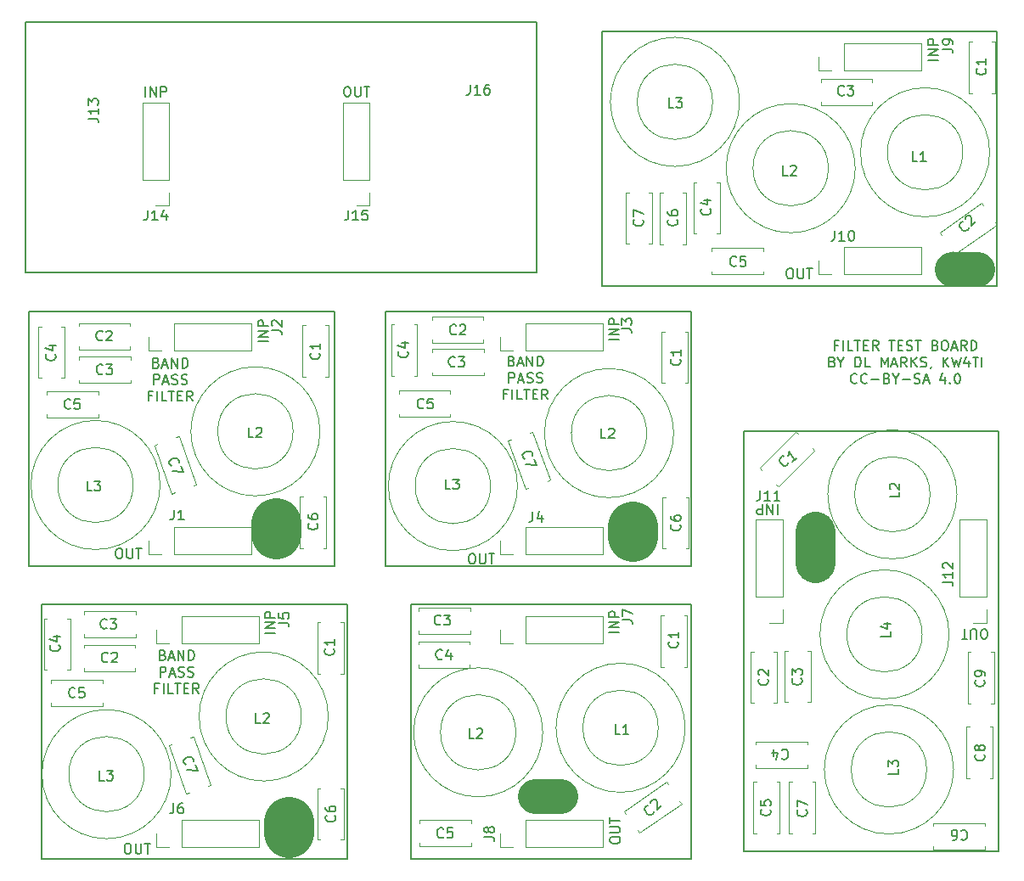
<source format=gbr>
G04 #@! TF.FileFunction,Legend,Top*
%FSLAX46Y46*%
G04 Gerber Fmt 4.6, Leading zero omitted, Abs format (unit mm)*
G04 Created by KiCad (PCBNEW 4.0.7) date 12/29/22 21:00:47*
%MOMM*%
%LPD*%
G01*
G04 APERTURE LIST*
%ADD10C,0.100000*%
%ADD11C,0.200000*%
%ADD12C,0.150000*%
%ADD13C,4.000000*%
%ADD14C,3.500000*%
%ADD15C,5.000000*%
%ADD16C,0.120000*%
G04 APERTURE END LIST*
D10*
D11*
X170000000Y-60000000D02*
X170000000Y-85000000D01*
X119000000Y-60000000D02*
X170000000Y-60000000D01*
X119000000Y-85000000D02*
X119000000Y-60000000D01*
X170000000Y-85000000D02*
X119000000Y-85000000D01*
D12*
X200011905Y-92253571D02*
X199678571Y-92253571D01*
X199678571Y-92777381D02*
X199678571Y-91777381D01*
X200154762Y-91777381D01*
X200535714Y-92777381D02*
X200535714Y-91777381D01*
X201488095Y-92777381D02*
X201011904Y-92777381D01*
X201011904Y-91777381D01*
X201678571Y-91777381D02*
X202250000Y-91777381D01*
X201964285Y-92777381D02*
X201964285Y-91777381D01*
X202583333Y-92253571D02*
X202916667Y-92253571D01*
X203059524Y-92777381D02*
X202583333Y-92777381D01*
X202583333Y-91777381D01*
X203059524Y-91777381D01*
X204059524Y-92777381D02*
X203726190Y-92301190D01*
X203488095Y-92777381D02*
X203488095Y-91777381D01*
X203869048Y-91777381D01*
X203964286Y-91825000D01*
X204011905Y-91872619D01*
X204059524Y-91967857D01*
X204059524Y-92110714D01*
X204011905Y-92205952D01*
X203964286Y-92253571D01*
X203869048Y-92301190D01*
X203488095Y-92301190D01*
X205107143Y-91777381D02*
X205678572Y-91777381D01*
X205392857Y-92777381D02*
X205392857Y-91777381D01*
X206011905Y-92253571D02*
X206345239Y-92253571D01*
X206488096Y-92777381D02*
X206011905Y-92777381D01*
X206011905Y-91777381D01*
X206488096Y-91777381D01*
X206869048Y-92729762D02*
X207011905Y-92777381D01*
X207250001Y-92777381D01*
X207345239Y-92729762D01*
X207392858Y-92682143D01*
X207440477Y-92586905D01*
X207440477Y-92491667D01*
X207392858Y-92396429D01*
X207345239Y-92348810D01*
X207250001Y-92301190D01*
X207059524Y-92253571D01*
X206964286Y-92205952D01*
X206916667Y-92158333D01*
X206869048Y-92063095D01*
X206869048Y-91967857D01*
X206916667Y-91872619D01*
X206964286Y-91825000D01*
X207059524Y-91777381D01*
X207297620Y-91777381D01*
X207440477Y-91825000D01*
X207726191Y-91777381D02*
X208297620Y-91777381D01*
X208011905Y-92777381D02*
X208011905Y-91777381D01*
X209726192Y-92253571D02*
X209869049Y-92301190D01*
X209916668Y-92348810D01*
X209964287Y-92444048D01*
X209964287Y-92586905D01*
X209916668Y-92682143D01*
X209869049Y-92729762D01*
X209773811Y-92777381D01*
X209392858Y-92777381D01*
X209392858Y-91777381D01*
X209726192Y-91777381D01*
X209821430Y-91825000D01*
X209869049Y-91872619D01*
X209916668Y-91967857D01*
X209916668Y-92063095D01*
X209869049Y-92158333D01*
X209821430Y-92205952D01*
X209726192Y-92253571D01*
X209392858Y-92253571D01*
X210583334Y-91777381D02*
X210773811Y-91777381D01*
X210869049Y-91825000D01*
X210964287Y-91920238D01*
X211011906Y-92110714D01*
X211011906Y-92444048D01*
X210964287Y-92634524D01*
X210869049Y-92729762D01*
X210773811Y-92777381D01*
X210583334Y-92777381D01*
X210488096Y-92729762D01*
X210392858Y-92634524D01*
X210345239Y-92444048D01*
X210345239Y-92110714D01*
X210392858Y-91920238D01*
X210488096Y-91825000D01*
X210583334Y-91777381D01*
X211392858Y-92491667D02*
X211869049Y-92491667D01*
X211297620Y-92777381D02*
X211630953Y-91777381D01*
X211964287Y-92777381D01*
X212869049Y-92777381D02*
X212535715Y-92301190D01*
X212297620Y-92777381D02*
X212297620Y-91777381D01*
X212678573Y-91777381D01*
X212773811Y-91825000D01*
X212821430Y-91872619D01*
X212869049Y-91967857D01*
X212869049Y-92110714D01*
X212821430Y-92205952D01*
X212773811Y-92253571D01*
X212678573Y-92301190D01*
X212297620Y-92301190D01*
X213297620Y-92777381D02*
X213297620Y-91777381D01*
X213535715Y-91777381D01*
X213678573Y-91825000D01*
X213773811Y-91920238D01*
X213821430Y-92015476D01*
X213869049Y-92205952D01*
X213869049Y-92348810D01*
X213821430Y-92539286D01*
X213773811Y-92634524D01*
X213678573Y-92729762D01*
X213535715Y-92777381D01*
X213297620Y-92777381D01*
X199464286Y-93903571D02*
X199607143Y-93951190D01*
X199654762Y-93998810D01*
X199702381Y-94094048D01*
X199702381Y-94236905D01*
X199654762Y-94332143D01*
X199607143Y-94379762D01*
X199511905Y-94427381D01*
X199130952Y-94427381D01*
X199130952Y-93427381D01*
X199464286Y-93427381D01*
X199559524Y-93475000D01*
X199607143Y-93522619D01*
X199654762Y-93617857D01*
X199654762Y-93713095D01*
X199607143Y-93808333D01*
X199559524Y-93855952D01*
X199464286Y-93903571D01*
X199130952Y-93903571D01*
X200321428Y-93951190D02*
X200321428Y-94427381D01*
X199988095Y-93427381D02*
X200321428Y-93951190D01*
X200654762Y-93427381D01*
X201750000Y-94427381D02*
X201750000Y-93427381D01*
X201988095Y-93427381D01*
X202130953Y-93475000D01*
X202226191Y-93570238D01*
X202273810Y-93665476D01*
X202321429Y-93855952D01*
X202321429Y-93998810D01*
X202273810Y-94189286D01*
X202226191Y-94284524D01*
X202130953Y-94379762D01*
X201988095Y-94427381D01*
X201750000Y-94427381D01*
X203226191Y-94427381D02*
X202750000Y-94427381D01*
X202750000Y-93427381D01*
X204321429Y-94427381D02*
X204321429Y-93427381D01*
X204654763Y-94141667D01*
X204988096Y-93427381D01*
X204988096Y-94427381D01*
X205416667Y-94141667D02*
X205892858Y-94141667D01*
X205321429Y-94427381D02*
X205654762Y-93427381D01*
X205988096Y-94427381D01*
X206892858Y-94427381D02*
X206559524Y-93951190D01*
X206321429Y-94427381D02*
X206321429Y-93427381D01*
X206702382Y-93427381D01*
X206797620Y-93475000D01*
X206845239Y-93522619D01*
X206892858Y-93617857D01*
X206892858Y-93760714D01*
X206845239Y-93855952D01*
X206797620Y-93903571D01*
X206702382Y-93951190D01*
X206321429Y-93951190D01*
X207321429Y-94427381D02*
X207321429Y-93427381D01*
X207892858Y-94427381D02*
X207464286Y-93855952D01*
X207892858Y-93427381D02*
X207321429Y-93998810D01*
X208273810Y-94379762D02*
X208416667Y-94427381D01*
X208654763Y-94427381D01*
X208750001Y-94379762D01*
X208797620Y-94332143D01*
X208845239Y-94236905D01*
X208845239Y-94141667D01*
X208797620Y-94046429D01*
X208750001Y-93998810D01*
X208654763Y-93951190D01*
X208464286Y-93903571D01*
X208369048Y-93855952D01*
X208321429Y-93808333D01*
X208273810Y-93713095D01*
X208273810Y-93617857D01*
X208321429Y-93522619D01*
X208369048Y-93475000D01*
X208464286Y-93427381D01*
X208702382Y-93427381D01*
X208845239Y-93475000D01*
X209321429Y-94379762D02*
X209321429Y-94427381D01*
X209273810Y-94522619D01*
X209226191Y-94570238D01*
X210511905Y-94427381D02*
X210511905Y-93427381D01*
X211083334Y-94427381D02*
X210654762Y-93855952D01*
X211083334Y-93427381D02*
X210511905Y-93998810D01*
X211416667Y-93427381D02*
X211654762Y-94427381D01*
X211845239Y-93713095D01*
X212035715Y-94427381D01*
X212273810Y-93427381D01*
X213083334Y-93760714D02*
X213083334Y-94427381D01*
X212845238Y-93379762D02*
X212607143Y-94094048D01*
X213226191Y-94094048D01*
X213464286Y-93427381D02*
X214035715Y-93427381D01*
X213750000Y-94427381D02*
X213750000Y-93427381D01*
X214369048Y-94427381D02*
X214369048Y-93427381D01*
X201916667Y-95982143D02*
X201869048Y-96029762D01*
X201726191Y-96077381D01*
X201630953Y-96077381D01*
X201488095Y-96029762D01*
X201392857Y-95934524D01*
X201345238Y-95839286D01*
X201297619Y-95648810D01*
X201297619Y-95505952D01*
X201345238Y-95315476D01*
X201392857Y-95220238D01*
X201488095Y-95125000D01*
X201630953Y-95077381D01*
X201726191Y-95077381D01*
X201869048Y-95125000D01*
X201916667Y-95172619D01*
X202916667Y-95982143D02*
X202869048Y-96029762D01*
X202726191Y-96077381D01*
X202630953Y-96077381D01*
X202488095Y-96029762D01*
X202392857Y-95934524D01*
X202345238Y-95839286D01*
X202297619Y-95648810D01*
X202297619Y-95505952D01*
X202345238Y-95315476D01*
X202392857Y-95220238D01*
X202488095Y-95125000D01*
X202630953Y-95077381D01*
X202726191Y-95077381D01*
X202869048Y-95125000D01*
X202916667Y-95172619D01*
X203345238Y-95696429D02*
X204107143Y-95696429D01*
X204916667Y-95553571D02*
X205059524Y-95601190D01*
X205107143Y-95648810D01*
X205154762Y-95744048D01*
X205154762Y-95886905D01*
X205107143Y-95982143D01*
X205059524Y-96029762D01*
X204964286Y-96077381D01*
X204583333Y-96077381D01*
X204583333Y-95077381D01*
X204916667Y-95077381D01*
X205011905Y-95125000D01*
X205059524Y-95172619D01*
X205107143Y-95267857D01*
X205107143Y-95363095D01*
X205059524Y-95458333D01*
X205011905Y-95505952D01*
X204916667Y-95553571D01*
X204583333Y-95553571D01*
X205773809Y-95601190D02*
X205773809Y-96077381D01*
X205440476Y-95077381D02*
X205773809Y-95601190D01*
X206107143Y-95077381D01*
X206440476Y-95696429D02*
X207202381Y-95696429D01*
X207630952Y-96029762D02*
X207773809Y-96077381D01*
X208011905Y-96077381D01*
X208107143Y-96029762D01*
X208154762Y-95982143D01*
X208202381Y-95886905D01*
X208202381Y-95791667D01*
X208154762Y-95696429D01*
X208107143Y-95648810D01*
X208011905Y-95601190D01*
X207821428Y-95553571D01*
X207726190Y-95505952D01*
X207678571Y-95458333D01*
X207630952Y-95363095D01*
X207630952Y-95267857D01*
X207678571Y-95172619D01*
X207726190Y-95125000D01*
X207821428Y-95077381D01*
X208059524Y-95077381D01*
X208202381Y-95125000D01*
X208583333Y-95791667D02*
X209059524Y-95791667D01*
X208488095Y-96077381D02*
X208821428Y-95077381D01*
X209154762Y-96077381D01*
X210678572Y-95410714D02*
X210678572Y-96077381D01*
X210440476Y-95029762D02*
X210202381Y-95744048D01*
X210821429Y-95744048D01*
X211202381Y-95982143D02*
X211250000Y-96029762D01*
X211202381Y-96077381D01*
X211154762Y-96029762D01*
X211202381Y-95982143D01*
X211202381Y-96077381D01*
X211869047Y-95077381D02*
X211964286Y-95077381D01*
X212059524Y-95125000D01*
X212107143Y-95172619D01*
X212154762Y-95267857D01*
X212202381Y-95458333D01*
X212202381Y-95696429D01*
X212154762Y-95886905D01*
X212107143Y-95982143D01*
X212059524Y-96029762D01*
X211964286Y-96077381D01*
X211869047Y-96077381D01*
X211773809Y-96029762D01*
X211726190Y-95982143D01*
X211678571Y-95886905D01*
X211630952Y-95696429D01*
X211630952Y-95458333D01*
X211678571Y-95267857D01*
X211726190Y-95172619D01*
X211773809Y-95125000D01*
X211869047Y-95077381D01*
X130976191Y-67452381D02*
X130976191Y-66452381D01*
X131452381Y-67452381D02*
X131452381Y-66452381D01*
X132023810Y-67452381D01*
X132023810Y-66452381D01*
X132500000Y-67452381D02*
X132500000Y-66452381D01*
X132880953Y-66452381D01*
X132976191Y-66500000D01*
X133023810Y-66547619D01*
X133071429Y-66642857D01*
X133071429Y-66785714D01*
X133023810Y-66880952D01*
X132976191Y-66928571D01*
X132880953Y-66976190D01*
X132500000Y-66976190D01*
X151000000Y-66452381D02*
X151190477Y-66452381D01*
X151285715Y-66500000D01*
X151380953Y-66595238D01*
X151428572Y-66785714D01*
X151428572Y-67119048D01*
X151380953Y-67309524D01*
X151285715Y-67404762D01*
X151190477Y-67452381D01*
X151000000Y-67452381D01*
X150904762Y-67404762D01*
X150809524Y-67309524D01*
X150761905Y-67119048D01*
X150761905Y-66785714D01*
X150809524Y-66595238D01*
X150904762Y-66500000D01*
X151000000Y-66452381D01*
X151857143Y-66452381D02*
X151857143Y-67261905D01*
X151904762Y-67357143D01*
X151952381Y-67404762D01*
X152047619Y-67452381D01*
X152238096Y-67452381D01*
X152333334Y-67404762D01*
X152380953Y-67357143D01*
X152428572Y-67261905D01*
X152428572Y-66452381D01*
X152761905Y-66452381D02*
X153333334Y-66452381D01*
X153047619Y-67452381D02*
X153047619Y-66452381D01*
D13*
X197730000Y-110800000D02*
X197730000Y-113930000D01*
D12*
X214587143Y-125666666D02*
X214634762Y-125714285D01*
X214682381Y-125857142D01*
X214682381Y-125952380D01*
X214634762Y-126095238D01*
X214539524Y-126190476D01*
X214444286Y-126238095D01*
X214253810Y-126285714D01*
X214110952Y-126285714D01*
X213920476Y-126238095D01*
X213825238Y-126190476D01*
X213730000Y-126095238D01*
X213682381Y-125952380D01*
X213682381Y-125857142D01*
X213730000Y-125714285D01*
X213777619Y-125666666D01*
X214682381Y-125190476D02*
X214682381Y-125000000D01*
X214634762Y-124904761D01*
X214587143Y-124857142D01*
X214444286Y-124761904D01*
X214253810Y-124714285D01*
X213872857Y-124714285D01*
X213777619Y-124761904D01*
X213730000Y-124809523D01*
X213682381Y-124904761D01*
X213682381Y-125095238D01*
X213730000Y-125190476D01*
X213777619Y-125238095D01*
X213872857Y-125285714D01*
X214110952Y-125285714D01*
X214206190Y-125238095D01*
X214253810Y-125190476D01*
X214301429Y-125095238D01*
X214301429Y-124904761D01*
X214253810Y-124809523D01*
X214206190Y-124761904D01*
X214110952Y-124714285D01*
X210002381Y-63798809D02*
X209002381Y-63798809D01*
X210002381Y-63322619D02*
X209002381Y-63322619D01*
X210002381Y-62751190D01*
X209002381Y-62751190D01*
X210002381Y-62275000D02*
X209002381Y-62275000D01*
X209002381Y-61894047D01*
X209050000Y-61798809D01*
X209097619Y-61751190D01*
X209192857Y-61703571D01*
X209335714Y-61703571D01*
X209430952Y-61751190D01*
X209478571Y-61798809D01*
X209526190Y-61894047D01*
X209526190Y-62275000D01*
X214700000Y-121567619D02*
X214509523Y-121567619D01*
X214414285Y-121520000D01*
X214319047Y-121424762D01*
X214271428Y-121234286D01*
X214271428Y-120900952D01*
X214319047Y-120710476D01*
X214414285Y-120615238D01*
X214509523Y-120567619D01*
X214700000Y-120567619D01*
X214795238Y-120615238D01*
X214890476Y-120710476D01*
X214938095Y-120900952D01*
X214938095Y-121234286D01*
X214890476Y-121424762D01*
X214795238Y-121520000D01*
X214700000Y-121567619D01*
X213842857Y-121567619D02*
X213842857Y-120758095D01*
X213795238Y-120662857D01*
X213747619Y-120615238D01*
X213652381Y-120567619D01*
X213461904Y-120567619D01*
X213366666Y-120615238D01*
X213319047Y-120662857D01*
X213271428Y-120758095D01*
X213271428Y-121567619D01*
X212938095Y-121567619D02*
X212366666Y-121567619D01*
X212652381Y-120567619D02*
X212652381Y-121567619D01*
X195150000Y-84602381D02*
X195340477Y-84602381D01*
X195435715Y-84650000D01*
X195530953Y-84745238D01*
X195578572Y-84935714D01*
X195578572Y-85269048D01*
X195530953Y-85459524D01*
X195435715Y-85554762D01*
X195340477Y-85602381D01*
X195150000Y-85602381D01*
X195054762Y-85554762D01*
X194959524Y-85459524D01*
X194911905Y-85269048D01*
X194911905Y-84935714D01*
X194959524Y-84745238D01*
X195054762Y-84650000D01*
X195150000Y-84602381D01*
X196007143Y-84602381D02*
X196007143Y-85411905D01*
X196054762Y-85507143D01*
X196102381Y-85554762D01*
X196197619Y-85602381D01*
X196388096Y-85602381D01*
X196483334Y-85554762D01*
X196530953Y-85507143D01*
X196578572Y-85411905D01*
X196578572Y-84602381D01*
X196911905Y-84602381D02*
X197483334Y-84602381D01*
X197197619Y-85602381D02*
X197197619Y-84602381D01*
X194003809Y-108107619D02*
X194003809Y-109107619D01*
X193527619Y-108107619D02*
X193527619Y-109107619D01*
X192956190Y-108107619D01*
X192956190Y-109107619D01*
X192480000Y-108107619D02*
X192480000Y-109107619D01*
X192099047Y-109107619D01*
X192003809Y-109060000D01*
X191956190Y-109012381D01*
X191908571Y-108917143D01*
X191908571Y-108774286D01*
X191956190Y-108679048D01*
X192003809Y-108631429D01*
X192099047Y-108583810D01*
X192480000Y-108583810D01*
X214567143Y-133076666D02*
X214614762Y-133124285D01*
X214662381Y-133267142D01*
X214662381Y-133362380D01*
X214614762Y-133505238D01*
X214519524Y-133600476D01*
X214424286Y-133648095D01*
X214233810Y-133695714D01*
X214090952Y-133695714D01*
X213900476Y-133648095D01*
X213805238Y-133600476D01*
X213710000Y-133505238D01*
X213662381Y-133362380D01*
X213662381Y-133267142D01*
X213710000Y-133124285D01*
X213757619Y-133076666D01*
X214090952Y-132505238D02*
X214043333Y-132600476D01*
X213995714Y-132648095D01*
X213900476Y-132695714D01*
X213852857Y-132695714D01*
X213757619Y-132648095D01*
X213710000Y-132600476D01*
X213662381Y-132505238D01*
X213662381Y-132314761D01*
X213710000Y-132219523D01*
X213757619Y-132171904D01*
X213852857Y-132124285D01*
X213900476Y-132124285D01*
X213995714Y-132171904D01*
X214043333Y-132219523D01*
X214090952Y-132314761D01*
X214090952Y-132505238D01*
X214138571Y-132600476D01*
X214186190Y-132648095D01*
X214281429Y-132695714D01*
X214471905Y-132695714D01*
X214567143Y-132648095D01*
X214614762Y-132600476D01*
X214662381Y-132505238D01*
X214662381Y-132314761D01*
X214614762Y-132219523D01*
X214567143Y-132171904D01*
X214471905Y-132124285D01*
X214281429Y-132124285D01*
X214186190Y-132171904D01*
X214138571Y-132219523D01*
X214090952Y-132314761D01*
X212306666Y-140702857D02*
X212354285Y-140655238D01*
X212497142Y-140607619D01*
X212592380Y-140607619D01*
X212735238Y-140655238D01*
X212830476Y-140750476D01*
X212878095Y-140845714D01*
X212925714Y-141036190D01*
X212925714Y-141179048D01*
X212878095Y-141369524D01*
X212830476Y-141464762D01*
X212735238Y-141560000D01*
X212592380Y-141607619D01*
X212497142Y-141607619D01*
X212354285Y-141560000D01*
X212306666Y-141512381D01*
X211449523Y-141607619D02*
X211640000Y-141607619D01*
X211735238Y-141560000D01*
X211782857Y-141512381D01*
X211878095Y-141369524D01*
X211925714Y-141179048D01*
X211925714Y-140798095D01*
X211878095Y-140702857D01*
X211830476Y-140655238D01*
X211735238Y-140607619D01*
X211544761Y-140607619D01*
X211449523Y-140655238D01*
X211401904Y-140702857D01*
X211354285Y-140798095D01*
X211354285Y-141036190D01*
X211401904Y-141131429D01*
X211449523Y-141179048D01*
X211544761Y-141226667D01*
X211735238Y-141226667D01*
X211830476Y-141179048D01*
X211878095Y-141131429D01*
X211925714Y-141036190D01*
X196857143Y-138626666D02*
X196904762Y-138674285D01*
X196952381Y-138817142D01*
X196952381Y-138912380D01*
X196904762Y-139055238D01*
X196809524Y-139150476D01*
X196714286Y-139198095D01*
X196523810Y-139245714D01*
X196380952Y-139245714D01*
X196190476Y-139198095D01*
X196095238Y-139150476D01*
X196000000Y-139055238D01*
X195952381Y-138912380D01*
X195952381Y-138817142D01*
X196000000Y-138674285D01*
X196047619Y-138626666D01*
X195952381Y-138293333D02*
X195952381Y-137626666D01*
X196952381Y-138055238D01*
X193227143Y-138566666D02*
X193274762Y-138614285D01*
X193322381Y-138757142D01*
X193322381Y-138852380D01*
X193274762Y-138995238D01*
X193179524Y-139090476D01*
X193084286Y-139138095D01*
X192893810Y-139185714D01*
X192750952Y-139185714D01*
X192560476Y-139138095D01*
X192465238Y-139090476D01*
X192370000Y-138995238D01*
X192322381Y-138852380D01*
X192322381Y-138757142D01*
X192370000Y-138614285D01*
X192417619Y-138566666D01*
X192322381Y-137661904D02*
X192322381Y-138138095D01*
X192798571Y-138185714D01*
X192750952Y-138138095D01*
X192703333Y-138042857D01*
X192703333Y-137804761D01*
X192750952Y-137709523D01*
X192798571Y-137661904D01*
X192893810Y-137614285D01*
X193131905Y-137614285D01*
X193227143Y-137661904D01*
X193274762Y-137709523D01*
X193322381Y-137804761D01*
X193322381Y-138042857D01*
X193274762Y-138138095D01*
X193227143Y-138185714D01*
X194436666Y-132652857D02*
X194484285Y-132605238D01*
X194627142Y-132557619D01*
X194722380Y-132557619D01*
X194865238Y-132605238D01*
X194960476Y-132700476D01*
X195008095Y-132795714D01*
X195055714Y-132986190D01*
X195055714Y-133129048D01*
X195008095Y-133319524D01*
X194960476Y-133414762D01*
X194865238Y-133510000D01*
X194722380Y-133557619D01*
X194627142Y-133557619D01*
X194484285Y-133510000D01*
X194436666Y-133462381D01*
X193579523Y-133224286D02*
X193579523Y-132557619D01*
X193817619Y-133605238D02*
X194055714Y-132890952D01*
X193436666Y-132890952D01*
X196347143Y-125496666D02*
X196394762Y-125544285D01*
X196442381Y-125687142D01*
X196442381Y-125782380D01*
X196394762Y-125925238D01*
X196299524Y-126020476D01*
X196204286Y-126068095D01*
X196013810Y-126115714D01*
X195870952Y-126115714D01*
X195680476Y-126068095D01*
X195585238Y-126020476D01*
X195490000Y-125925238D01*
X195442381Y-125782380D01*
X195442381Y-125687142D01*
X195490000Y-125544285D01*
X195537619Y-125496666D01*
X195442381Y-125163333D02*
X195442381Y-124544285D01*
X195823333Y-124877619D01*
X195823333Y-124734761D01*
X195870952Y-124639523D01*
X195918571Y-124591904D01*
X196013810Y-124544285D01*
X196251905Y-124544285D01*
X196347143Y-124591904D01*
X196394762Y-124639523D01*
X196442381Y-124734761D01*
X196442381Y-125020476D01*
X196394762Y-125115714D01*
X196347143Y-125163333D01*
X192977143Y-125546666D02*
X193024762Y-125594285D01*
X193072381Y-125737142D01*
X193072381Y-125832380D01*
X193024762Y-125975238D01*
X192929524Y-126070476D01*
X192834286Y-126118095D01*
X192643810Y-126165714D01*
X192500952Y-126165714D01*
X192310476Y-126118095D01*
X192215238Y-126070476D01*
X192120000Y-125975238D01*
X192072381Y-125832380D01*
X192072381Y-125737142D01*
X192120000Y-125594285D01*
X192167619Y-125546666D01*
X192167619Y-125165714D02*
X192120000Y-125118095D01*
X192072381Y-125022857D01*
X192072381Y-124784761D01*
X192120000Y-124689523D01*
X192167619Y-124641904D01*
X192262857Y-124594285D01*
X192358095Y-124594285D01*
X192500952Y-124641904D01*
X193072381Y-125213333D01*
X193072381Y-124594285D01*
X205282381Y-120826666D02*
X205282381Y-121302857D01*
X204282381Y-121302857D01*
X204615714Y-120064761D02*
X205282381Y-120064761D01*
X204234762Y-120302857D02*
X204949048Y-120540952D01*
X204949048Y-119921904D01*
X206042381Y-134546666D02*
X206042381Y-135022857D01*
X205042381Y-135022857D01*
X205042381Y-134308571D02*
X205042381Y-133689523D01*
X205423333Y-134022857D01*
X205423333Y-133879999D01*
X205470952Y-133784761D01*
X205518571Y-133737142D01*
X205613810Y-133689523D01*
X205851905Y-133689523D01*
X205947143Y-133737142D01*
X205994762Y-133784761D01*
X206042381Y-133879999D01*
X206042381Y-134165714D01*
X205994762Y-134260952D01*
X205947143Y-134308571D01*
X206172381Y-106896666D02*
X206172381Y-107372857D01*
X205172381Y-107372857D01*
X205267619Y-106610952D02*
X205220000Y-106563333D01*
X205172381Y-106468095D01*
X205172381Y-106229999D01*
X205220000Y-106134761D01*
X205267619Y-106087142D01*
X205362857Y-106039523D01*
X205458095Y-106039523D01*
X205600952Y-106087142D01*
X206172381Y-106658571D01*
X206172381Y-106039523D01*
X195078324Y-103998150D02*
X195066630Y-104064470D01*
X194976921Y-104185417D01*
X194898907Y-104240043D01*
X194754572Y-104282976D01*
X194621931Y-104259588D01*
X194528297Y-104208887D01*
X194380038Y-104080171D01*
X194298098Y-103963149D01*
X194227852Y-103779807D01*
X194212233Y-103674479D01*
X194235621Y-103541838D01*
X194325331Y-103420891D01*
X194403345Y-103366265D01*
X194547680Y-103323333D01*
X194614000Y-103335027D01*
X195913095Y-103529901D02*
X195445008Y-103857659D01*
X195679051Y-103693781D02*
X195105475Y-102874629D01*
X195109400Y-103046276D01*
X195086012Y-103178917D01*
X195035310Y-103272551D01*
D11*
X216030000Y-142750000D02*
X190630000Y-142750000D01*
X216030000Y-100840000D02*
X216030000Y-142750000D01*
X190630000Y-100840000D02*
X216030000Y-100840000D01*
X190630000Y-142750000D02*
X190630000Y-100840000D01*
D14*
X213960000Y-84660000D02*
X211420000Y-84660000D01*
D12*
X180527143Y-79736666D02*
X180574762Y-79784285D01*
X180622381Y-79927142D01*
X180622381Y-80022380D01*
X180574762Y-80165238D01*
X180479524Y-80260476D01*
X180384286Y-80308095D01*
X180193810Y-80355714D01*
X180050952Y-80355714D01*
X179860476Y-80308095D01*
X179765238Y-80260476D01*
X179670000Y-80165238D01*
X179622381Y-80022380D01*
X179622381Y-79927142D01*
X179670000Y-79784285D01*
X179717619Y-79736666D01*
X179622381Y-79403333D02*
X179622381Y-78736666D01*
X180622381Y-79165238D01*
X183947143Y-79716666D02*
X183994762Y-79764285D01*
X184042381Y-79907142D01*
X184042381Y-80002380D01*
X183994762Y-80145238D01*
X183899524Y-80240476D01*
X183804286Y-80288095D01*
X183613810Y-80335714D01*
X183470952Y-80335714D01*
X183280476Y-80288095D01*
X183185238Y-80240476D01*
X183090000Y-80145238D01*
X183042381Y-80002380D01*
X183042381Y-79907142D01*
X183090000Y-79764285D01*
X183137619Y-79716666D01*
X183042381Y-78859523D02*
X183042381Y-79050000D01*
X183090000Y-79145238D01*
X183137619Y-79192857D01*
X183280476Y-79288095D01*
X183470952Y-79335714D01*
X183851905Y-79335714D01*
X183947143Y-79288095D01*
X183994762Y-79240476D01*
X184042381Y-79145238D01*
X184042381Y-78954761D01*
X183994762Y-78859523D01*
X183947143Y-78811904D01*
X183851905Y-78764285D01*
X183613810Y-78764285D01*
X183518571Y-78811904D01*
X183470952Y-78859523D01*
X183423333Y-78954761D01*
X183423333Y-79145238D01*
X183470952Y-79240476D01*
X183518571Y-79288095D01*
X183613810Y-79335714D01*
X189893334Y-84287143D02*
X189845715Y-84334762D01*
X189702858Y-84382381D01*
X189607620Y-84382381D01*
X189464762Y-84334762D01*
X189369524Y-84239524D01*
X189321905Y-84144286D01*
X189274286Y-83953810D01*
X189274286Y-83810952D01*
X189321905Y-83620476D01*
X189369524Y-83525238D01*
X189464762Y-83430000D01*
X189607620Y-83382381D01*
X189702858Y-83382381D01*
X189845715Y-83430000D01*
X189893334Y-83477619D01*
X190798096Y-83382381D02*
X190321905Y-83382381D01*
X190274286Y-83858571D01*
X190321905Y-83810952D01*
X190417143Y-83763333D01*
X190655239Y-83763333D01*
X190750477Y-83810952D01*
X190798096Y-83858571D01*
X190845715Y-83953810D01*
X190845715Y-84191905D01*
X190798096Y-84287143D01*
X190750477Y-84334762D01*
X190655239Y-84382381D01*
X190417143Y-84382381D01*
X190321905Y-84334762D01*
X190274286Y-84287143D01*
X187257143Y-78646666D02*
X187304762Y-78694285D01*
X187352381Y-78837142D01*
X187352381Y-78932380D01*
X187304762Y-79075238D01*
X187209524Y-79170476D01*
X187114286Y-79218095D01*
X186923810Y-79265714D01*
X186780952Y-79265714D01*
X186590476Y-79218095D01*
X186495238Y-79170476D01*
X186400000Y-79075238D01*
X186352381Y-78932380D01*
X186352381Y-78837142D01*
X186400000Y-78694285D01*
X186447619Y-78646666D01*
X186685714Y-77789523D02*
X187352381Y-77789523D01*
X186304762Y-78027619D02*
X187019048Y-78265714D01*
X187019048Y-77646666D01*
X200633334Y-67257143D02*
X200585715Y-67304762D01*
X200442858Y-67352381D01*
X200347620Y-67352381D01*
X200204762Y-67304762D01*
X200109524Y-67209524D01*
X200061905Y-67114286D01*
X200014286Y-66923810D01*
X200014286Y-66780952D01*
X200061905Y-66590476D01*
X200109524Y-66495238D01*
X200204762Y-66400000D01*
X200347620Y-66352381D01*
X200442858Y-66352381D01*
X200585715Y-66400000D01*
X200633334Y-66447619D01*
X200966667Y-66352381D02*
X201585715Y-66352381D01*
X201252381Y-66733333D01*
X201395239Y-66733333D01*
X201490477Y-66780952D01*
X201538096Y-66828571D01*
X201585715Y-66923810D01*
X201585715Y-67161905D01*
X201538096Y-67257143D01*
X201490477Y-67304762D01*
X201395239Y-67352381D01*
X201109524Y-67352381D01*
X201014286Y-67304762D01*
X200966667Y-67257143D01*
X213044688Y-80530389D02*
X213044688Y-80597732D01*
X212977344Y-80732419D01*
X212910001Y-80799763D01*
X212775313Y-80867107D01*
X212640626Y-80867107D01*
X212539611Y-80833435D01*
X212371253Y-80732420D01*
X212270237Y-80631404D01*
X212169222Y-80463045D01*
X212135550Y-80362030D01*
X212135550Y-80227343D01*
X212202894Y-80092656D01*
X212270237Y-80025312D01*
X212404924Y-79957969D01*
X212472268Y-79957969D01*
X212741641Y-79688595D02*
X212741641Y-79621252D01*
X212775313Y-79520237D01*
X212943672Y-79351877D01*
X213044688Y-79318206D01*
X213112031Y-79318206D01*
X213213046Y-79351877D01*
X213280390Y-79419221D01*
X213347733Y-79553908D01*
X213347733Y-80362030D01*
X213785466Y-79924297D01*
X214707143Y-64641666D02*
X214754762Y-64689285D01*
X214802381Y-64832142D01*
X214802381Y-64927380D01*
X214754762Y-65070238D01*
X214659524Y-65165476D01*
X214564286Y-65213095D01*
X214373810Y-65260714D01*
X214230952Y-65260714D01*
X214040476Y-65213095D01*
X213945238Y-65165476D01*
X213850000Y-65070238D01*
X213802381Y-64927380D01*
X213802381Y-64832142D01*
X213850000Y-64689285D01*
X213897619Y-64641666D01*
X214802381Y-63689285D02*
X214802381Y-64260714D01*
X214802381Y-63975000D02*
X213802381Y-63975000D01*
X213945238Y-64070238D01*
X214040476Y-64165476D01*
X214088095Y-64260714D01*
X207943334Y-73912381D02*
X207467143Y-73912381D01*
X207467143Y-72912381D01*
X208800477Y-73912381D02*
X208229048Y-73912381D01*
X208514762Y-73912381D02*
X208514762Y-72912381D01*
X208419524Y-73055238D01*
X208324286Y-73150476D01*
X208229048Y-73198095D01*
X195033334Y-75322381D02*
X194557143Y-75322381D01*
X194557143Y-74322381D01*
X195319048Y-74417619D02*
X195366667Y-74370000D01*
X195461905Y-74322381D01*
X195700001Y-74322381D01*
X195795239Y-74370000D01*
X195842858Y-74417619D01*
X195890477Y-74512857D01*
X195890477Y-74608095D01*
X195842858Y-74750952D01*
X195271429Y-75322381D01*
X195890477Y-75322381D01*
X183633334Y-68572381D02*
X183157143Y-68572381D01*
X183157143Y-67572381D01*
X183871429Y-67572381D02*
X184490477Y-67572381D01*
X184157143Y-67953333D01*
X184300001Y-67953333D01*
X184395239Y-68000952D01*
X184442858Y-68048571D01*
X184490477Y-68143810D01*
X184490477Y-68381905D01*
X184442858Y-68477143D01*
X184395239Y-68524762D01*
X184300001Y-68572381D01*
X184014286Y-68572381D01*
X183919048Y-68524762D01*
X183871429Y-68477143D01*
D11*
X176530000Y-62230000D02*
X176530000Y-60960000D01*
X176530000Y-60960000D02*
X176530000Y-62230000D01*
X176530000Y-86360000D02*
X176530000Y-60960000D01*
X215900000Y-86360000D02*
X176530000Y-86360000D01*
X215900000Y-60960000D02*
X215900000Y-86360000D01*
X176530000Y-60960000D02*
X215900000Y-60960000D01*
D12*
X141713334Y-101452381D02*
X141237143Y-101452381D01*
X141237143Y-100452381D01*
X141999048Y-100547619D02*
X142046667Y-100500000D01*
X142141905Y-100452381D01*
X142380001Y-100452381D01*
X142475239Y-100500000D01*
X142522858Y-100547619D01*
X142570477Y-100642857D01*
X142570477Y-100738095D01*
X142522858Y-100880952D01*
X141951429Y-101452381D01*
X142570477Y-101452381D01*
X125643334Y-106792381D02*
X125167143Y-106792381D01*
X125167143Y-105792381D01*
X125881429Y-105792381D02*
X126500477Y-105792381D01*
X126167143Y-106173333D01*
X126310001Y-106173333D01*
X126405239Y-106220952D01*
X126452858Y-106268571D01*
X126500477Y-106363810D01*
X126500477Y-106601905D01*
X126452858Y-106697143D01*
X126405239Y-106744762D01*
X126310001Y-106792381D01*
X126024286Y-106792381D01*
X125929048Y-106744762D01*
X125881429Y-106697143D01*
D11*
X157480000Y-143510000D02*
X157480000Y-142240000D01*
X185420000Y-143510000D02*
X157480000Y-143510000D01*
X185420000Y-142240000D02*
X185420000Y-143510000D01*
D15*
X145294500Y-139782000D02*
X145294500Y-140861500D01*
D12*
X160673334Y-141307143D02*
X160625715Y-141354762D01*
X160482858Y-141402381D01*
X160387620Y-141402381D01*
X160244762Y-141354762D01*
X160149524Y-141259524D01*
X160101905Y-141164286D01*
X160054286Y-140973810D01*
X160054286Y-140830952D01*
X160101905Y-140640476D01*
X160149524Y-140545238D01*
X160244762Y-140450000D01*
X160387620Y-140402381D01*
X160482858Y-140402381D01*
X160625715Y-140450000D01*
X160673334Y-140497619D01*
X161578096Y-140402381D02*
X161101905Y-140402381D01*
X161054286Y-140878571D01*
X161101905Y-140830952D01*
X161197143Y-140783333D01*
X161435239Y-140783333D01*
X161530477Y-140830952D01*
X161578096Y-140878571D01*
X161625715Y-140973810D01*
X161625715Y-141211905D01*
X161578096Y-141307143D01*
X161530477Y-141354762D01*
X161435239Y-141402381D01*
X161197143Y-141402381D01*
X161101905Y-141354762D01*
X161054286Y-141307143D01*
X160563334Y-123517143D02*
X160515715Y-123564762D01*
X160372858Y-123612381D01*
X160277620Y-123612381D01*
X160134762Y-123564762D01*
X160039524Y-123469524D01*
X159991905Y-123374286D01*
X159944286Y-123183810D01*
X159944286Y-123040952D01*
X159991905Y-122850476D01*
X160039524Y-122755238D01*
X160134762Y-122660000D01*
X160277620Y-122612381D01*
X160372858Y-122612381D01*
X160515715Y-122660000D01*
X160563334Y-122707619D01*
X161420477Y-122945714D02*
X161420477Y-123612381D01*
X161182381Y-122564762D02*
X160944286Y-123279048D01*
X161563334Y-123279048D01*
X160403334Y-120077143D02*
X160355715Y-120124762D01*
X160212858Y-120172381D01*
X160117620Y-120172381D01*
X159974762Y-120124762D01*
X159879524Y-120029524D01*
X159831905Y-119934286D01*
X159784286Y-119743810D01*
X159784286Y-119600952D01*
X159831905Y-119410476D01*
X159879524Y-119315238D01*
X159974762Y-119220000D01*
X160117620Y-119172381D01*
X160212858Y-119172381D01*
X160355715Y-119220000D01*
X160403334Y-119267619D01*
X160736667Y-119172381D02*
X161355715Y-119172381D01*
X161022381Y-119553333D01*
X161165239Y-119553333D01*
X161260477Y-119600952D01*
X161308096Y-119648571D01*
X161355715Y-119743810D01*
X161355715Y-119981905D01*
X161308096Y-120077143D01*
X161260477Y-120124762D01*
X161165239Y-120172381D01*
X160879524Y-120172381D01*
X160784286Y-120124762D01*
X160736667Y-120077143D01*
X181664688Y-138780389D02*
X181664688Y-138847732D01*
X181597344Y-138982419D01*
X181530001Y-139049763D01*
X181395313Y-139117107D01*
X181260626Y-139117107D01*
X181159611Y-139083435D01*
X180991253Y-138982420D01*
X180890237Y-138881404D01*
X180789222Y-138713045D01*
X180755550Y-138612030D01*
X180755550Y-138477343D01*
X180822894Y-138342656D01*
X180890237Y-138275312D01*
X181024924Y-138207969D01*
X181092268Y-138207969D01*
X181361641Y-137938595D02*
X181361641Y-137871252D01*
X181395313Y-137770237D01*
X181563672Y-137601877D01*
X181664688Y-137568206D01*
X181732031Y-137568206D01*
X181833046Y-137601877D01*
X181900390Y-137669221D01*
X181967733Y-137803908D01*
X181967733Y-138612030D01*
X182405466Y-138174297D01*
X184027143Y-121826666D02*
X184074762Y-121874285D01*
X184122381Y-122017142D01*
X184122381Y-122112380D01*
X184074762Y-122255238D01*
X183979524Y-122350476D01*
X183884286Y-122398095D01*
X183693810Y-122445714D01*
X183550952Y-122445714D01*
X183360476Y-122398095D01*
X183265238Y-122350476D01*
X183170000Y-122255238D01*
X183122381Y-122112380D01*
X183122381Y-122017142D01*
X183170000Y-121874285D01*
X183217619Y-121826666D01*
X184122381Y-120874285D02*
X184122381Y-121445714D01*
X184122381Y-121160000D02*
X183122381Y-121160000D01*
X183265238Y-121255238D01*
X183360476Y-121350476D01*
X183408095Y-121445714D01*
X163733334Y-131492381D02*
X163257143Y-131492381D01*
X163257143Y-130492381D01*
X164019048Y-130587619D02*
X164066667Y-130540000D01*
X164161905Y-130492381D01*
X164400001Y-130492381D01*
X164495239Y-130540000D01*
X164542858Y-130587619D01*
X164590477Y-130682857D01*
X164590477Y-130778095D01*
X164542858Y-130920952D01*
X163971429Y-131492381D01*
X164590477Y-131492381D01*
X178303334Y-131052381D02*
X177827143Y-131052381D01*
X177827143Y-130052381D01*
X179160477Y-131052381D02*
X178589048Y-131052381D01*
X178874762Y-131052381D02*
X178874762Y-130052381D01*
X178779524Y-130195238D01*
X178684286Y-130290476D01*
X178589048Y-130338095D01*
X177292381Y-141710000D02*
X177292381Y-141519523D01*
X177340000Y-141424285D01*
X177435238Y-141329047D01*
X177625714Y-141281428D01*
X177959048Y-141281428D01*
X178149524Y-141329047D01*
X178244762Y-141424285D01*
X178292381Y-141519523D01*
X178292381Y-141710000D01*
X178244762Y-141805238D01*
X178149524Y-141900476D01*
X177959048Y-141948095D01*
X177625714Y-141948095D01*
X177435238Y-141900476D01*
X177340000Y-141805238D01*
X177292381Y-141710000D01*
X177292381Y-140852857D02*
X178101905Y-140852857D01*
X178197143Y-140805238D01*
X178244762Y-140757619D01*
X178292381Y-140662381D01*
X178292381Y-140471904D01*
X178244762Y-140376666D01*
X178197143Y-140329047D01*
X178101905Y-140281428D01*
X177292381Y-140281428D01*
X177292381Y-139948095D02*
X177292381Y-139376666D01*
X178292381Y-139662381D02*
X177292381Y-139662381D01*
X178212381Y-120893809D02*
X177212381Y-120893809D01*
X178212381Y-120417619D02*
X177212381Y-120417619D01*
X178212381Y-119846190D01*
X177212381Y-119846190D01*
X178212381Y-119370000D02*
X177212381Y-119370000D01*
X177212381Y-118989047D01*
X177260000Y-118893809D01*
X177307619Y-118846190D01*
X177402857Y-118798571D01*
X177545714Y-118798571D01*
X177640952Y-118846190D01*
X177688571Y-118893809D01*
X177736190Y-118989047D01*
X177736190Y-119370000D01*
D11*
X157480000Y-142240000D02*
X157480000Y-118110000D01*
X185420000Y-118110000D02*
X185420000Y-142240000D01*
X157480000Y-118110000D02*
X185420000Y-118110000D01*
D14*
X172310000Y-137270000D02*
X169770000Y-137270000D01*
D11*
X120650000Y-143510000D02*
X120650000Y-118110000D01*
X151130000Y-143510000D02*
X120650000Y-143510000D01*
X151130000Y-118110000D02*
X151130000Y-143510000D01*
X120650000Y-118110000D02*
X151130000Y-118110000D01*
D12*
X132699048Y-123168571D02*
X132841905Y-123216190D01*
X132889524Y-123263810D01*
X132937143Y-123359048D01*
X132937143Y-123501905D01*
X132889524Y-123597143D01*
X132841905Y-123644762D01*
X132746667Y-123692381D01*
X132365714Y-123692381D01*
X132365714Y-122692381D01*
X132699048Y-122692381D01*
X132794286Y-122740000D01*
X132841905Y-122787619D01*
X132889524Y-122882857D01*
X132889524Y-122978095D01*
X132841905Y-123073333D01*
X132794286Y-123120952D01*
X132699048Y-123168571D01*
X132365714Y-123168571D01*
X133318095Y-123406667D02*
X133794286Y-123406667D01*
X133222857Y-123692381D02*
X133556190Y-122692381D01*
X133889524Y-123692381D01*
X134222857Y-123692381D02*
X134222857Y-122692381D01*
X134794286Y-123692381D01*
X134794286Y-122692381D01*
X135270476Y-123692381D02*
X135270476Y-122692381D01*
X135508571Y-122692381D01*
X135651429Y-122740000D01*
X135746667Y-122835238D01*
X135794286Y-122930476D01*
X135841905Y-123120952D01*
X135841905Y-123263810D01*
X135794286Y-123454286D01*
X135746667Y-123549524D01*
X135651429Y-123644762D01*
X135508571Y-123692381D01*
X135270476Y-123692381D01*
X132437143Y-125342381D02*
X132437143Y-124342381D01*
X132818096Y-124342381D01*
X132913334Y-124390000D01*
X132960953Y-124437619D01*
X133008572Y-124532857D01*
X133008572Y-124675714D01*
X132960953Y-124770952D01*
X132913334Y-124818571D01*
X132818096Y-124866190D01*
X132437143Y-124866190D01*
X133389524Y-125056667D02*
X133865715Y-125056667D01*
X133294286Y-125342381D02*
X133627619Y-124342381D01*
X133960953Y-125342381D01*
X134246667Y-125294762D02*
X134389524Y-125342381D01*
X134627620Y-125342381D01*
X134722858Y-125294762D01*
X134770477Y-125247143D01*
X134818096Y-125151905D01*
X134818096Y-125056667D01*
X134770477Y-124961429D01*
X134722858Y-124913810D01*
X134627620Y-124866190D01*
X134437143Y-124818571D01*
X134341905Y-124770952D01*
X134294286Y-124723333D01*
X134246667Y-124628095D01*
X134246667Y-124532857D01*
X134294286Y-124437619D01*
X134341905Y-124390000D01*
X134437143Y-124342381D01*
X134675239Y-124342381D01*
X134818096Y-124390000D01*
X135199048Y-125294762D02*
X135341905Y-125342381D01*
X135580001Y-125342381D01*
X135675239Y-125294762D01*
X135722858Y-125247143D01*
X135770477Y-125151905D01*
X135770477Y-125056667D01*
X135722858Y-124961429D01*
X135675239Y-124913810D01*
X135580001Y-124866190D01*
X135389524Y-124818571D01*
X135294286Y-124770952D01*
X135246667Y-124723333D01*
X135199048Y-124628095D01*
X135199048Y-124532857D01*
X135246667Y-124437619D01*
X135294286Y-124390000D01*
X135389524Y-124342381D01*
X135627620Y-124342381D01*
X135770477Y-124390000D01*
X132246667Y-126468571D02*
X131913333Y-126468571D01*
X131913333Y-126992381D02*
X131913333Y-125992381D01*
X132389524Y-125992381D01*
X132770476Y-126992381D02*
X132770476Y-125992381D01*
X133722857Y-126992381D02*
X133246666Y-126992381D01*
X133246666Y-125992381D01*
X133913333Y-125992381D02*
X134484762Y-125992381D01*
X134199047Y-126992381D02*
X134199047Y-125992381D01*
X134818095Y-126468571D02*
X135151429Y-126468571D01*
X135294286Y-126992381D02*
X134818095Y-126992381D01*
X134818095Y-125992381D01*
X135294286Y-125992381D01*
X136294286Y-126992381D02*
X135960952Y-126516190D01*
X135722857Y-126992381D02*
X135722857Y-125992381D01*
X136103810Y-125992381D01*
X136199048Y-126040000D01*
X136246667Y-126087619D01*
X136294286Y-126182857D01*
X136294286Y-126325714D01*
X136246667Y-126420952D01*
X136199048Y-126468571D01*
X136103810Y-126516190D01*
X135722857Y-126516190D01*
X167479048Y-93828571D02*
X167621905Y-93876190D01*
X167669524Y-93923810D01*
X167717143Y-94019048D01*
X167717143Y-94161905D01*
X167669524Y-94257143D01*
X167621905Y-94304762D01*
X167526667Y-94352381D01*
X167145714Y-94352381D01*
X167145714Y-93352381D01*
X167479048Y-93352381D01*
X167574286Y-93400000D01*
X167621905Y-93447619D01*
X167669524Y-93542857D01*
X167669524Y-93638095D01*
X167621905Y-93733333D01*
X167574286Y-93780952D01*
X167479048Y-93828571D01*
X167145714Y-93828571D01*
X168098095Y-94066667D02*
X168574286Y-94066667D01*
X168002857Y-94352381D02*
X168336190Y-93352381D01*
X168669524Y-94352381D01*
X169002857Y-94352381D02*
X169002857Y-93352381D01*
X169574286Y-94352381D01*
X169574286Y-93352381D01*
X170050476Y-94352381D02*
X170050476Y-93352381D01*
X170288571Y-93352381D01*
X170431429Y-93400000D01*
X170526667Y-93495238D01*
X170574286Y-93590476D01*
X170621905Y-93780952D01*
X170621905Y-93923810D01*
X170574286Y-94114286D01*
X170526667Y-94209524D01*
X170431429Y-94304762D01*
X170288571Y-94352381D01*
X170050476Y-94352381D01*
X167217143Y-96002381D02*
X167217143Y-95002381D01*
X167598096Y-95002381D01*
X167693334Y-95050000D01*
X167740953Y-95097619D01*
X167788572Y-95192857D01*
X167788572Y-95335714D01*
X167740953Y-95430952D01*
X167693334Y-95478571D01*
X167598096Y-95526190D01*
X167217143Y-95526190D01*
X168169524Y-95716667D02*
X168645715Y-95716667D01*
X168074286Y-96002381D02*
X168407619Y-95002381D01*
X168740953Y-96002381D01*
X169026667Y-95954762D02*
X169169524Y-96002381D01*
X169407620Y-96002381D01*
X169502858Y-95954762D01*
X169550477Y-95907143D01*
X169598096Y-95811905D01*
X169598096Y-95716667D01*
X169550477Y-95621429D01*
X169502858Y-95573810D01*
X169407620Y-95526190D01*
X169217143Y-95478571D01*
X169121905Y-95430952D01*
X169074286Y-95383333D01*
X169026667Y-95288095D01*
X169026667Y-95192857D01*
X169074286Y-95097619D01*
X169121905Y-95050000D01*
X169217143Y-95002381D01*
X169455239Y-95002381D01*
X169598096Y-95050000D01*
X169979048Y-95954762D02*
X170121905Y-96002381D01*
X170360001Y-96002381D01*
X170455239Y-95954762D01*
X170502858Y-95907143D01*
X170550477Y-95811905D01*
X170550477Y-95716667D01*
X170502858Y-95621429D01*
X170455239Y-95573810D01*
X170360001Y-95526190D01*
X170169524Y-95478571D01*
X170074286Y-95430952D01*
X170026667Y-95383333D01*
X169979048Y-95288095D01*
X169979048Y-95192857D01*
X170026667Y-95097619D01*
X170074286Y-95050000D01*
X170169524Y-95002381D01*
X170407620Y-95002381D01*
X170550477Y-95050000D01*
X167026667Y-97128571D02*
X166693333Y-97128571D01*
X166693333Y-97652381D02*
X166693333Y-96652381D01*
X167169524Y-96652381D01*
X167550476Y-97652381D02*
X167550476Y-96652381D01*
X168502857Y-97652381D02*
X168026666Y-97652381D01*
X168026666Y-96652381D01*
X168693333Y-96652381D02*
X169264762Y-96652381D01*
X168979047Y-97652381D02*
X168979047Y-96652381D01*
X169598095Y-97128571D02*
X169931429Y-97128571D01*
X170074286Y-97652381D02*
X169598095Y-97652381D01*
X169598095Y-96652381D01*
X170074286Y-96652381D01*
X171074286Y-97652381D02*
X170740952Y-97176190D01*
X170502857Y-97652381D02*
X170502857Y-96652381D01*
X170883810Y-96652381D01*
X170979048Y-96700000D01*
X171026667Y-96747619D01*
X171074286Y-96842857D01*
X171074286Y-96985714D01*
X171026667Y-97080952D01*
X170979048Y-97128571D01*
X170883810Y-97176190D01*
X170502857Y-97176190D01*
X123943334Y-127317143D02*
X123895715Y-127364762D01*
X123752858Y-127412381D01*
X123657620Y-127412381D01*
X123514762Y-127364762D01*
X123419524Y-127269524D01*
X123371905Y-127174286D01*
X123324286Y-126983810D01*
X123324286Y-126840952D01*
X123371905Y-126650476D01*
X123419524Y-126555238D01*
X123514762Y-126460000D01*
X123657620Y-126412381D01*
X123752858Y-126412381D01*
X123895715Y-126460000D01*
X123943334Y-126507619D01*
X124848096Y-126412381D02*
X124371905Y-126412381D01*
X124324286Y-126888571D01*
X124371905Y-126840952D01*
X124467143Y-126793333D01*
X124705239Y-126793333D01*
X124800477Y-126840952D01*
X124848096Y-126888571D01*
X124895715Y-126983810D01*
X124895715Y-127221905D01*
X124848096Y-127317143D01*
X124800477Y-127364762D01*
X124705239Y-127412381D01*
X124467143Y-127412381D01*
X124371905Y-127364762D01*
X124324286Y-127317143D01*
X134977392Y-134075535D02*
X134916358Y-134047075D01*
X134822751Y-133929120D01*
X134790178Y-133839625D01*
X134786065Y-133689096D01*
X134842986Y-133567028D01*
X134916194Y-133489708D01*
X135078896Y-133379814D01*
X135213139Y-133330954D01*
X135408414Y-133310554D01*
X135514195Y-133322728D01*
X135636263Y-133379649D01*
X135729870Y-133497605D01*
X135762444Y-133587100D01*
X135766557Y-133737628D01*
X135738096Y-133798662D01*
X135941597Y-134079319D02*
X136169611Y-134705781D01*
X135083338Y-134645075D01*
X149837143Y-139166666D02*
X149884762Y-139214285D01*
X149932381Y-139357142D01*
X149932381Y-139452380D01*
X149884762Y-139595238D01*
X149789524Y-139690476D01*
X149694286Y-139738095D01*
X149503810Y-139785714D01*
X149360952Y-139785714D01*
X149170476Y-139738095D01*
X149075238Y-139690476D01*
X148980000Y-139595238D01*
X148932381Y-139452380D01*
X148932381Y-139357142D01*
X148980000Y-139214285D01*
X149027619Y-139166666D01*
X148932381Y-138309523D02*
X148932381Y-138500000D01*
X148980000Y-138595238D01*
X149027619Y-138642857D01*
X149170476Y-138738095D01*
X149360952Y-138785714D01*
X149741905Y-138785714D01*
X149837143Y-138738095D01*
X149884762Y-138690476D01*
X149932381Y-138595238D01*
X149932381Y-138404761D01*
X149884762Y-138309523D01*
X149837143Y-138261904D01*
X149741905Y-138214285D01*
X149503810Y-138214285D01*
X149408571Y-138261904D01*
X149360952Y-138309523D01*
X149313333Y-138404761D01*
X149313333Y-138595238D01*
X149360952Y-138690476D01*
X149408571Y-138738095D01*
X149503810Y-138785714D01*
X142443334Y-129952381D02*
X141967143Y-129952381D01*
X141967143Y-128952381D01*
X142729048Y-129047619D02*
X142776667Y-129000000D01*
X142871905Y-128952381D01*
X143110001Y-128952381D01*
X143205239Y-129000000D01*
X143252858Y-129047619D01*
X143300477Y-129142857D01*
X143300477Y-129238095D01*
X143252858Y-129380952D01*
X142681429Y-129952381D01*
X143300477Y-129952381D01*
X126863334Y-135672381D02*
X126387143Y-135672381D01*
X126387143Y-134672381D01*
X127101429Y-134672381D02*
X127720477Y-134672381D01*
X127387143Y-135053333D01*
X127530001Y-135053333D01*
X127625239Y-135100952D01*
X127672858Y-135148571D01*
X127720477Y-135243810D01*
X127720477Y-135481905D01*
X127672858Y-135577143D01*
X127625239Y-135624762D01*
X127530001Y-135672381D01*
X127244286Y-135672381D01*
X127149048Y-135624762D01*
X127101429Y-135577143D01*
X149727143Y-122546666D02*
X149774762Y-122594285D01*
X149822381Y-122737142D01*
X149822381Y-122832380D01*
X149774762Y-122975238D01*
X149679524Y-123070476D01*
X149584286Y-123118095D01*
X149393810Y-123165714D01*
X149250952Y-123165714D01*
X149060476Y-123118095D01*
X148965238Y-123070476D01*
X148870000Y-122975238D01*
X148822381Y-122832380D01*
X148822381Y-122737142D01*
X148870000Y-122594285D01*
X148917619Y-122546666D01*
X149822381Y-121594285D02*
X149822381Y-122165714D01*
X149822381Y-121880000D02*
X148822381Y-121880000D01*
X148965238Y-121975238D01*
X149060476Y-122070476D01*
X149108095Y-122165714D01*
X127103334Y-120447143D02*
X127055715Y-120494762D01*
X126912858Y-120542381D01*
X126817620Y-120542381D01*
X126674762Y-120494762D01*
X126579524Y-120399524D01*
X126531905Y-120304286D01*
X126484286Y-120113810D01*
X126484286Y-119970952D01*
X126531905Y-119780476D01*
X126579524Y-119685238D01*
X126674762Y-119590000D01*
X126817620Y-119542381D01*
X126912858Y-119542381D01*
X127055715Y-119590000D01*
X127103334Y-119637619D01*
X127436667Y-119542381D02*
X128055715Y-119542381D01*
X127722381Y-119923333D01*
X127865239Y-119923333D01*
X127960477Y-119970952D01*
X128008096Y-120018571D01*
X128055715Y-120113810D01*
X128055715Y-120351905D01*
X128008096Y-120447143D01*
X127960477Y-120494762D01*
X127865239Y-120542381D01*
X127579524Y-120542381D01*
X127484286Y-120494762D01*
X127436667Y-120447143D01*
X127213334Y-123797143D02*
X127165715Y-123844762D01*
X127022858Y-123892381D01*
X126927620Y-123892381D01*
X126784762Y-123844762D01*
X126689524Y-123749524D01*
X126641905Y-123654286D01*
X126594286Y-123463810D01*
X126594286Y-123320952D01*
X126641905Y-123130476D01*
X126689524Y-123035238D01*
X126784762Y-122940000D01*
X126927620Y-122892381D01*
X127022858Y-122892381D01*
X127165715Y-122940000D01*
X127213334Y-122987619D01*
X127594286Y-122987619D02*
X127641905Y-122940000D01*
X127737143Y-122892381D01*
X127975239Y-122892381D01*
X128070477Y-122940000D01*
X128118096Y-122987619D01*
X128165715Y-123082857D01*
X128165715Y-123178095D01*
X128118096Y-123320952D01*
X127546667Y-123892381D01*
X128165715Y-123892381D01*
X122347143Y-122176666D02*
X122394762Y-122224285D01*
X122442381Y-122367142D01*
X122442381Y-122462380D01*
X122394762Y-122605238D01*
X122299524Y-122700476D01*
X122204286Y-122748095D01*
X122013810Y-122795714D01*
X121870952Y-122795714D01*
X121680476Y-122748095D01*
X121585238Y-122700476D01*
X121490000Y-122605238D01*
X121442381Y-122462380D01*
X121442381Y-122367142D01*
X121490000Y-122224285D01*
X121537619Y-122176666D01*
X121775714Y-121319523D02*
X122442381Y-121319523D01*
X121394762Y-121557619D02*
X122109048Y-121795714D01*
X122109048Y-121176666D01*
X129120000Y-141972381D02*
X129310477Y-141972381D01*
X129405715Y-142020000D01*
X129500953Y-142115238D01*
X129548572Y-142305714D01*
X129548572Y-142639048D01*
X129500953Y-142829524D01*
X129405715Y-142924762D01*
X129310477Y-142972381D01*
X129120000Y-142972381D01*
X129024762Y-142924762D01*
X128929524Y-142829524D01*
X128881905Y-142639048D01*
X128881905Y-142305714D01*
X128929524Y-142115238D01*
X129024762Y-142020000D01*
X129120000Y-141972381D01*
X129977143Y-141972381D02*
X129977143Y-142781905D01*
X130024762Y-142877143D01*
X130072381Y-142924762D01*
X130167619Y-142972381D01*
X130358096Y-142972381D01*
X130453334Y-142924762D01*
X130500953Y-142877143D01*
X130548572Y-142781905D01*
X130548572Y-141972381D01*
X130881905Y-141972381D02*
X131453334Y-141972381D01*
X131167619Y-142972381D02*
X131167619Y-141972381D01*
X143892381Y-120943809D02*
X142892381Y-120943809D01*
X143892381Y-120467619D02*
X142892381Y-120467619D01*
X143892381Y-119896190D01*
X142892381Y-119896190D01*
X143892381Y-119420000D02*
X142892381Y-119420000D01*
X142892381Y-119039047D01*
X142940000Y-118943809D01*
X142987619Y-118896190D01*
X143082857Y-118848571D01*
X143225714Y-118848571D01*
X143320952Y-118896190D01*
X143368571Y-118943809D01*
X143416190Y-119039047D01*
X143416190Y-119420000D01*
D11*
X119380000Y-88900000D02*
X149860000Y-88900000D01*
X119380000Y-114300000D02*
X119380000Y-88900000D01*
X149860000Y-114300000D02*
X119380000Y-114300000D01*
X149860000Y-88900000D02*
X149860000Y-114300000D01*
X154940000Y-114300000D02*
X154940000Y-88900000D01*
X185420000Y-114300000D02*
X154940000Y-114300000D01*
X185420000Y-88900000D02*
X185420000Y-114300000D01*
X154940000Y-88900000D02*
X185420000Y-88900000D01*
D12*
X176871334Y-101544381D02*
X176395143Y-101544381D01*
X176395143Y-100544381D01*
X177157048Y-100639619D02*
X177204667Y-100592000D01*
X177299905Y-100544381D01*
X177538001Y-100544381D01*
X177633239Y-100592000D01*
X177680858Y-100639619D01*
X177728477Y-100734857D01*
X177728477Y-100830095D01*
X177680858Y-100972952D01*
X177109429Y-101544381D01*
X177728477Y-101544381D01*
X184253143Y-110148666D02*
X184300762Y-110196285D01*
X184348381Y-110339142D01*
X184348381Y-110434380D01*
X184300762Y-110577238D01*
X184205524Y-110672476D01*
X184110286Y-110720095D01*
X183919810Y-110767714D01*
X183776952Y-110767714D01*
X183586476Y-110720095D01*
X183491238Y-110672476D01*
X183396000Y-110577238D01*
X183348381Y-110434380D01*
X183348381Y-110339142D01*
X183396000Y-110196285D01*
X183443619Y-110148666D01*
X183348381Y-109291523D02*
X183348381Y-109482000D01*
X183396000Y-109577238D01*
X183443619Y-109624857D01*
X183586476Y-109720095D01*
X183776952Y-109767714D01*
X184157905Y-109767714D01*
X184253143Y-109720095D01*
X184300762Y-109672476D01*
X184348381Y-109577238D01*
X184348381Y-109386761D01*
X184300762Y-109291523D01*
X184253143Y-109243904D01*
X184157905Y-109196285D01*
X183919810Y-109196285D01*
X183824571Y-109243904D01*
X183776952Y-109291523D01*
X183729333Y-109386761D01*
X183729333Y-109577238D01*
X183776952Y-109672476D01*
X183824571Y-109720095D01*
X183919810Y-109767714D01*
X184253143Y-93638666D02*
X184300762Y-93686285D01*
X184348381Y-93829142D01*
X184348381Y-93924380D01*
X184300762Y-94067238D01*
X184205524Y-94162476D01*
X184110286Y-94210095D01*
X183919810Y-94257714D01*
X183776952Y-94257714D01*
X183586476Y-94210095D01*
X183491238Y-94162476D01*
X183396000Y-94067238D01*
X183348381Y-93924380D01*
X183348381Y-93829142D01*
X183396000Y-93686285D01*
X183443619Y-93638666D01*
X184348381Y-92686285D02*
X184348381Y-93257714D01*
X184348381Y-92972000D02*
X183348381Y-92972000D01*
X183491238Y-93067238D01*
X183586476Y-93162476D01*
X183634095Y-93257714D01*
X168771392Y-103597535D02*
X168710358Y-103569075D01*
X168616751Y-103451120D01*
X168584178Y-103361625D01*
X168580065Y-103211096D01*
X168636986Y-103089028D01*
X168710194Y-103011708D01*
X168872896Y-102901814D01*
X169007139Y-102852954D01*
X169202414Y-102832554D01*
X169308195Y-102844728D01*
X169430263Y-102901649D01*
X169523870Y-103019605D01*
X169556444Y-103109100D01*
X169560557Y-103259628D01*
X169532096Y-103320662D01*
X169735597Y-103601319D02*
X169963611Y-104227781D01*
X168877338Y-104167075D01*
X161833334Y-94307143D02*
X161785715Y-94354762D01*
X161642858Y-94402381D01*
X161547620Y-94402381D01*
X161404762Y-94354762D01*
X161309524Y-94259524D01*
X161261905Y-94164286D01*
X161214286Y-93973810D01*
X161214286Y-93830952D01*
X161261905Y-93640476D01*
X161309524Y-93545238D01*
X161404762Y-93450000D01*
X161547620Y-93402381D01*
X161642858Y-93402381D01*
X161785715Y-93450000D01*
X161833334Y-93497619D01*
X162166667Y-93402381D02*
X162785715Y-93402381D01*
X162452381Y-93783333D01*
X162595239Y-93783333D01*
X162690477Y-93830952D01*
X162738096Y-93878571D01*
X162785715Y-93973810D01*
X162785715Y-94211905D01*
X162738096Y-94307143D01*
X162690477Y-94354762D01*
X162595239Y-94402381D01*
X162309524Y-94402381D01*
X162214286Y-94354762D01*
X162166667Y-94307143D01*
X161953334Y-91107143D02*
X161905715Y-91154762D01*
X161762858Y-91202381D01*
X161667620Y-91202381D01*
X161524762Y-91154762D01*
X161429524Y-91059524D01*
X161381905Y-90964286D01*
X161334286Y-90773810D01*
X161334286Y-90630952D01*
X161381905Y-90440476D01*
X161429524Y-90345238D01*
X161524762Y-90250000D01*
X161667620Y-90202381D01*
X161762858Y-90202381D01*
X161905715Y-90250000D01*
X161953334Y-90297619D01*
X162334286Y-90297619D02*
X162381905Y-90250000D01*
X162477143Y-90202381D01*
X162715239Y-90202381D01*
X162810477Y-90250000D01*
X162858096Y-90297619D01*
X162905715Y-90392857D01*
X162905715Y-90488095D01*
X162858096Y-90630952D01*
X162286667Y-91202381D01*
X162905715Y-91202381D01*
X157075143Y-92876666D02*
X157122762Y-92924285D01*
X157170381Y-93067142D01*
X157170381Y-93162380D01*
X157122762Y-93305238D01*
X157027524Y-93400476D01*
X156932286Y-93448095D01*
X156741810Y-93495714D01*
X156598952Y-93495714D01*
X156408476Y-93448095D01*
X156313238Y-93400476D01*
X156218000Y-93305238D01*
X156170381Y-93162380D01*
X156170381Y-93067142D01*
X156218000Y-92924285D01*
X156265619Y-92876666D01*
X156503714Y-92019523D02*
X157170381Y-92019523D01*
X156122762Y-92257619D02*
X156837048Y-92495714D01*
X156837048Y-91876666D01*
X158703334Y-98487143D02*
X158655715Y-98534762D01*
X158512858Y-98582381D01*
X158417620Y-98582381D01*
X158274762Y-98534762D01*
X158179524Y-98439524D01*
X158131905Y-98344286D01*
X158084286Y-98153810D01*
X158084286Y-98010952D01*
X158131905Y-97820476D01*
X158179524Y-97725238D01*
X158274762Y-97630000D01*
X158417620Y-97582381D01*
X158512858Y-97582381D01*
X158655715Y-97630000D01*
X158703334Y-97677619D01*
X159608096Y-97582381D02*
X159131905Y-97582381D01*
X159084286Y-98058571D01*
X159131905Y-98010952D01*
X159227143Y-97963333D01*
X159465239Y-97963333D01*
X159560477Y-98010952D01*
X159608096Y-98058571D01*
X159655715Y-98153810D01*
X159655715Y-98391905D01*
X159608096Y-98487143D01*
X159560477Y-98534762D01*
X159465239Y-98582381D01*
X159227143Y-98582381D01*
X159131905Y-98534762D01*
X159084286Y-98487143D01*
X161377334Y-106624381D02*
X160901143Y-106624381D01*
X160901143Y-105624381D01*
X161615429Y-105624381D02*
X162234477Y-105624381D01*
X161901143Y-106005333D01*
X162044001Y-106005333D01*
X162139239Y-106052952D01*
X162186858Y-106100571D01*
X162234477Y-106195810D01*
X162234477Y-106433905D01*
X162186858Y-106529143D01*
X162139239Y-106576762D01*
X162044001Y-106624381D01*
X161758286Y-106624381D01*
X161663048Y-106576762D01*
X161615429Y-106529143D01*
D15*
X179554500Y-110282000D02*
X179554500Y-111361500D01*
D12*
X163440000Y-113062381D02*
X163630477Y-113062381D01*
X163725715Y-113110000D01*
X163820953Y-113205238D01*
X163868572Y-113395714D01*
X163868572Y-113729048D01*
X163820953Y-113919524D01*
X163725715Y-114014762D01*
X163630477Y-114062381D01*
X163440000Y-114062381D01*
X163344762Y-114014762D01*
X163249524Y-113919524D01*
X163201905Y-113729048D01*
X163201905Y-113395714D01*
X163249524Y-113205238D01*
X163344762Y-113110000D01*
X163440000Y-113062381D01*
X164297143Y-113062381D02*
X164297143Y-113871905D01*
X164344762Y-113967143D01*
X164392381Y-114014762D01*
X164487619Y-114062381D01*
X164678096Y-114062381D01*
X164773334Y-114014762D01*
X164820953Y-113967143D01*
X164868572Y-113871905D01*
X164868572Y-113062381D01*
X165201905Y-113062381D02*
X165773334Y-113062381D01*
X165487619Y-114062381D02*
X165487619Y-113062381D01*
X178182381Y-91693809D02*
X177182381Y-91693809D01*
X178182381Y-91217619D02*
X177182381Y-91217619D01*
X178182381Y-90646190D01*
X177182381Y-90646190D01*
X178182381Y-90170000D02*
X177182381Y-90170000D01*
X177182381Y-89789047D01*
X177230000Y-89693809D01*
X177277619Y-89646190D01*
X177372857Y-89598571D01*
X177515714Y-89598571D01*
X177610952Y-89646190D01*
X177658571Y-89693809D01*
X177706190Y-89789047D01*
X177706190Y-90170000D01*
D15*
X143954500Y-109982000D02*
X143954500Y-111061500D01*
D12*
X132059048Y-93998571D02*
X132201905Y-94046190D01*
X132249524Y-94093810D01*
X132297143Y-94189048D01*
X132297143Y-94331905D01*
X132249524Y-94427143D01*
X132201905Y-94474762D01*
X132106667Y-94522381D01*
X131725714Y-94522381D01*
X131725714Y-93522381D01*
X132059048Y-93522381D01*
X132154286Y-93570000D01*
X132201905Y-93617619D01*
X132249524Y-93712857D01*
X132249524Y-93808095D01*
X132201905Y-93903333D01*
X132154286Y-93950952D01*
X132059048Y-93998571D01*
X131725714Y-93998571D01*
X132678095Y-94236667D02*
X133154286Y-94236667D01*
X132582857Y-94522381D02*
X132916190Y-93522381D01*
X133249524Y-94522381D01*
X133582857Y-94522381D02*
X133582857Y-93522381D01*
X134154286Y-94522381D01*
X134154286Y-93522381D01*
X134630476Y-94522381D02*
X134630476Y-93522381D01*
X134868571Y-93522381D01*
X135011429Y-93570000D01*
X135106667Y-93665238D01*
X135154286Y-93760476D01*
X135201905Y-93950952D01*
X135201905Y-94093810D01*
X135154286Y-94284286D01*
X135106667Y-94379524D01*
X135011429Y-94474762D01*
X134868571Y-94522381D01*
X134630476Y-94522381D01*
X131797143Y-96172381D02*
X131797143Y-95172381D01*
X132178096Y-95172381D01*
X132273334Y-95220000D01*
X132320953Y-95267619D01*
X132368572Y-95362857D01*
X132368572Y-95505714D01*
X132320953Y-95600952D01*
X132273334Y-95648571D01*
X132178096Y-95696190D01*
X131797143Y-95696190D01*
X132749524Y-95886667D02*
X133225715Y-95886667D01*
X132654286Y-96172381D02*
X132987619Y-95172381D01*
X133320953Y-96172381D01*
X133606667Y-96124762D02*
X133749524Y-96172381D01*
X133987620Y-96172381D01*
X134082858Y-96124762D01*
X134130477Y-96077143D01*
X134178096Y-95981905D01*
X134178096Y-95886667D01*
X134130477Y-95791429D01*
X134082858Y-95743810D01*
X133987620Y-95696190D01*
X133797143Y-95648571D01*
X133701905Y-95600952D01*
X133654286Y-95553333D01*
X133606667Y-95458095D01*
X133606667Y-95362857D01*
X133654286Y-95267619D01*
X133701905Y-95220000D01*
X133797143Y-95172381D01*
X134035239Y-95172381D01*
X134178096Y-95220000D01*
X134559048Y-96124762D02*
X134701905Y-96172381D01*
X134940001Y-96172381D01*
X135035239Y-96124762D01*
X135082858Y-96077143D01*
X135130477Y-95981905D01*
X135130477Y-95886667D01*
X135082858Y-95791429D01*
X135035239Y-95743810D01*
X134940001Y-95696190D01*
X134749524Y-95648571D01*
X134654286Y-95600952D01*
X134606667Y-95553333D01*
X134559048Y-95458095D01*
X134559048Y-95362857D01*
X134606667Y-95267619D01*
X134654286Y-95220000D01*
X134749524Y-95172381D01*
X134987620Y-95172381D01*
X135130477Y-95220000D01*
X131606667Y-97298571D02*
X131273333Y-97298571D01*
X131273333Y-97822381D02*
X131273333Y-96822381D01*
X131749524Y-96822381D01*
X132130476Y-97822381D02*
X132130476Y-96822381D01*
X133082857Y-97822381D02*
X132606666Y-97822381D01*
X132606666Y-96822381D01*
X133273333Y-96822381D02*
X133844762Y-96822381D01*
X133559047Y-97822381D02*
X133559047Y-96822381D01*
X134178095Y-97298571D02*
X134511429Y-97298571D01*
X134654286Y-97822381D02*
X134178095Y-97822381D01*
X134178095Y-96822381D01*
X134654286Y-96822381D01*
X135654286Y-97822381D02*
X135320952Y-97346190D01*
X135082857Y-97822381D02*
X135082857Y-96822381D01*
X135463810Y-96822381D01*
X135559048Y-96870000D01*
X135606667Y-96917619D01*
X135654286Y-97012857D01*
X135654286Y-97155714D01*
X135606667Y-97250952D01*
X135559048Y-97298571D01*
X135463810Y-97346190D01*
X135082857Y-97346190D01*
X143192381Y-91873809D02*
X142192381Y-91873809D01*
X143192381Y-91397619D02*
X142192381Y-91397619D01*
X143192381Y-90826190D01*
X142192381Y-90826190D01*
X143192381Y-90350000D02*
X142192381Y-90350000D01*
X142192381Y-89969047D01*
X142240000Y-89873809D01*
X142287619Y-89826190D01*
X142382857Y-89778571D01*
X142525714Y-89778571D01*
X142620952Y-89826190D01*
X142668571Y-89873809D01*
X142716190Y-89969047D01*
X142716190Y-90350000D01*
X128260000Y-112532381D02*
X128450477Y-112532381D01*
X128545715Y-112580000D01*
X128640953Y-112675238D01*
X128688572Y-112865714D01*
X128688572Y-113199048D01*
X128640953Y-113389524D01*
X128545715Y-113484762D01*
X128450477Y-113532381D01*
X128260000Y-113532381D01*
X128164762Y-113484762D01*
X128069524Y-113389524D01*
X128021905Y-113199048D01*
X128021905Y-112865714D01*
X128069524Y-112675238D01*
X128164762Y-112580000D01*
X128260000Y-112532381D01*
X129117143Y-112532381D02*
X129117143Y-113341905D01*
X129164762Y-113437143D01*
X129212381Y-113484762D01*
X129307619Y-113532381D01*
X129498096Y-113532381D01*
X129593334Y-113484762D01*
X129640953Y-113437143D01*
X129688572Y-113341905D01*
X129688572Y-112532381D01*
X130021905Y-112532381D02*
X130593334Y-112532381D01*
X130307619Y-113532381D02*
X130307619Y-112532381D01*
D16*
X168070000Y-106310254D02*
G75*
G03X168070000Y-106310254I-6440000J0D01*
G01*
X165388100Y-106310254D02*
G75*
G03X165388100Y-106310254I-3758100J0D01*
G01*
X132430000Y-106200254D02*
G75*
G03X132430000Y-106200254I-6440000J0D01*
G01*
X129748100Y-106200254D02*
G75*
G03X129748100Y-106200254I-3758100J0D01*
G01*
X149250000Y-90270000D02*
X149250000Y-95390000D01*
X146630000Y-90270000D02*
X146630000Y-95390000D01*
X149250000Y-90270000D02*
X148936000Y-90270000D01*
X146944000Y-90270000D02*
X146630000Y-90270000D01*
X149250000Y-95390000D02*
X148936000Y-95390000D01*
X146944000Y-95390000D02*
X146630000Y-95390000D01*
X129460000Y-92670000D02*
X124340000Y-92670000D01*
X129460000Y-90050000D02*
X124340000Y-90050000D01*
X129460000Y-92670000D02*
X129460000Y-92356000D01*
X129460000Y-90364000D02*
X129460000Y-90050000D01*
X124340000Y-92670000D02*
X124340000Y-92356000D01*
X124340000Y-90364000D02*
X124340000Y-90050000D01*
X129480000Y-96030000D02*
X124360000Y-96030000D01*
X129480000Y-93410000D02*
X124360000Y-93410000D01*
X129480000Y-96030000D02*
X129480000Y-95716000D01*
X129480000Y-93724000D02*
X129480000Y-93410000D01*
X124360000Y-96030000D02*
X124360000Y-95716000D01*
X124360000Y-93724000D02*
X124360000Y-93410000D01*
X122890000Y-90390000D02*
X122890000Y-95510000D01*
X120270000Y-90390000D02*
X120270000Y-95510000D01*
X122890000Y-90390000D02*
X122576000Y-90390000D01*
X120584000Y-90390000D02*
X120270000Y-90390000D01*
X122890000Y-95510000D02*
X122576000Y-95510000D01*
X120584000Y-95510000D02*
X120270000Y-95510000D01*
X126260000Y-99490000D02*
X121140000Y-99490000D01*
X126260000Y-96870000D02*
X121140000Y-96870000D01*
X126260000Y-99490000D02*
X126260000Y-99176000D01*
X126260000Y-97184000D02*
X126260000Y-96870000D01*
X121140000Y-99490000D02*
X121140000Y-99176000D01*
X121140000Y-97184000D02*
X121140000Y-96870000D01*
X149011000Y-107382000D02*
X149011000Y-112502000D01*
X146391000Y-107382000D02*
X146391000Y-112502000D01*
X149011000Y-107382000D02*
X148697000Y-107382000D01*
X146705000Y-107382000D02*
X146391000Y-107382000D01*
X149011000Y-112502000D02*
X148697000Y-112502000D01*
X146705000Y-112502000D02*
X146391000Y-112502000D01*
X148377811Y-100845258D02*
G75*
G03X148377811Y-100845258I-6440001J0D01*
G01*
X145695910Y-100845258D02*
G75*
G03X145695910Y-100845258I-3758100J0D01*
G01*
X141538000Y-113090000D02*
X141538000Y-110430000D01*
X133858000Y-113090000D02*
X141538000Y-113090000D01*
X133858000Y-110430000D02*
X141538000Y-110430000D01*
X133858000Y-113090000D02*
X133858000Y-110430000D01*
X132588000Y-113090000D02*
X131258000Y-113090000D01*
X131258000Y-113090000D02*
X131258000Y-111760000D01*
X141538000Y-92770000D02*
X141538000Y-90110000D01*
X133858000Y-92770000D02*
X141538000Y-92770000D01*
X133858000Y-90110000D02*
X141538000Y-90110000D01*
X133858000Y-92770000D02*
X133858000Y-90110000D01*
X132588000Y-92770000D02*
X131258000Y-92770000D01*
X131258000Y-92770000D02*
X131258000Y-91440000D01*
X134306476Y-101349572D02*
X136057619Y-106160798D01*
X131844481Y-102245665D02*
X133595625Y-107056891D01*
X134306476Y-101349572D02*
X134011413Y-101456966D01*
X132139545Y-102138271D02*
X131844481Y-102245665D01*
X136057619Y-106160798D02*
X135762556Y-106268193D01*
X133890688Y-106949497D02*
X133595625Y-107056891D01*
X182450000Y-96010000D02*
X182450000Y-90890000D01*
X185070000Y-96010000D02*
X185070000Y-90890000D01*
X182450000Y-96010000D02*
X182764000Y-96010000D01*
X184756000Y-96010000D02*
X185070000Y-96010000D01*
X182450000Y-90890000D02*
X182764000Y-90890000D01*
X184756000Y-90890000D02*
X185070000Y-90890000D01*
X164670000Y-92040000D02*
X159550000Y-92040000D01*
X164670000Y-89420000D02*
X159550000Y-89420000D01*
X164670000Y-92040000D02*
X164670000Y-91726000D01*
X164670000Y-89734000D02*
X164670000Y-89420000D01*
X159550000Y-92040000D02*
X159550000Y-91726000D01*
X159550000Y-89734000D02*
X159550000Y-89420000D01*
X164690000Y-95260000D02*
X159570000Y-95260000D01*
X164690000Y-92640000D02*
X159570000Y-92640000D01*
X164690000Y-95260000D02*
X164690000Y-94946000D01*
X164690000Y-92954000D02*
X164690000Y-92640000D01*
X159570000Y-95260000D02*
X159570000Y-94946000D01*
X159570000Y-92954000D02*
X159570000Y-92640000D01*
X158080000Y-90190000D02*
X158080000Y-95310000D01*
X155460000Y-90190000D02*
X155460000Y-95310000D01*
X158080000Y-90190000D02*
X157766000Y-90190000D01*
X155774000Y-90190000D02*
X155460000Y-90190000D01*
X158080000Y-95310000D02*
X157766000Y-95310000D01*
X155774000Y-95310000D02*
X155460000Y-95310000D01*
X169580476Y-100885572D02*
X171331619Y-105696798D01*
X167118481Y-101781665D02*
X168869625Y-106592891D01*
X169580476Y-100885572D02*
X169285413Y-100992966D01*
X167413545Y-101674271D02*
X167118481Y-101781665D01*
X171331619Y-105696798D02*
X171036556Y-105804193D01*
X169164688Y-106485497D02*
X168869625Y-106592891D01*
X161360000Y-99410000D02*
X156240000Y-99410000D01*
X161360000Y-96790000D02*
X156240000Y-96790000D01*
X161360000Y-99410000D02*
X161360000Y-99096000D01*
X161360000Y-97104000D02*
X161360000Y-96790000D01*
X156240000Y-99410000D02*
X156240000Y-99096000D01*
X156240000Y-97104000D02*
X156240000Y-96790000D01*
X185160000Y-107400000D02*
X185160000Y-112520000D01*
X182540000Y-107400000D02*
X182540000Y-112520000D01*
X185160000Y-107400000D02*
X184846000Y-107400000D01*
X182854000Y-107400000D02*
X182540000Y-107400000D01*
X185160000Y-112520000D02*
X184846000Y-112520000D01*
X182854000Y-112520000D02*
X182540000Y-112520000D01*
X176590000Y-92770000D02*
X176590000Y-90110000D01*
X168910000Y-92770000D02*
X176590000Y-92770000D01*
X168910000Y-90110000D02*
X176590000Y-90110000D01*
X168910000Y-92770000D02*
X168910000Y-90110000D01*
X167640000Y-92770000D02*
X166310000Y-92770000D01*
X166310000Y-92770000D02*
X166310000Y-91440000D01*
X176590000Y-113090000D02*
X176590000Y-110430000D01*
X168910000Y-113090000D02*
X176590000Y-113090000D01*
X168910000Y-110430000D02*
X176590000Y-110430000D01*
X168910000Y-113090000D02*
X168910000Y-110430000D01*
X167640000Y-113090000D02*
X166310000Y-113090000D01*
X166310000Y-113090000D02*
X166310000Y-111760000D01*
X183641811Y-101019258D02*
G75*
G03X183641811Y-101019258I-6440001J0D01*
G01*
X180959910Y-101019258D02*
G75*
G03X180959910Y-101019258I-3758100J0D01*
G01*
X150730000Y-119910000D02*
X150730000Y-125030000D01*
X148110000Y-119910000D02*
X148110000Y-125030000D01*
X150730000Y-119910000D02*
X150416000Y-119910000D01*
X148424000Y-119910000D02*
X148110000Y-119910000D01*
X150730000Y-125030000D02*
X150416000Y-125030000D01*
X148424000Y-125030000D02*
X148110000Y-125030000D01*
X129980000Y-121400000D02*
X124860000Y-121400000D01*
X129980000Y-118780000D02*
X124860000Y-118780000D01*
X129980000Y-121400000D02*
X129980000Y-121086000D01*
X129980000Y-119094000D02*
X129980000Y-118780000D01*
X124860000Y-121400000D02*
X124860000Y-121086000D01*
X124860000Y-119094000D02*
X124860000Y-118780000D01*
X129950000Y-124750000D02*
X124830000Y-124750000D01*
X129950000Y-122130000D02*
X124830000Y-122130000D01*
X129950000Y-124750000D02*
X129950000Y-124436000D01*
X129950000Y-122444000D02*
X129950000Y-122130000D01*
X124830000Y-124750000D02*
X124830000Y-124436000D01*
X124830000Y-122444000D02*
X124830000Y-122130000D01*
X123460000Y-119520000D02*
X123460000Y-124640000D01*
X120840000Y-119520000D02*
X120840000Y-124640000D01*
X123460000Y-119520000D02*
X123146000Y-119520000D01*
X121154000Y-119520000D02*
X120840000Y-119520000D01*
X123460000Y-124640000D02*
X123146000Y-124640000D01*
X121154000Y-124640000D02*
X120840000Y-124640000D01*
X135740476Y-131285572D02*
X137491619Y-136096798D01*
X133278481Y-132181665D02*
X135029625Y-136992891D01*
X135740476Y-131285572D02*
X135445413Y-131392966D01*
X133573545Y-132074271D02*
X133278481Y-132181665D01*
X137491619Y-136096798D02*
X137196556Y-136204193D01*
X135324688Y-136885497D02*
X135029625Y-136992891D01*
X126710000Y-128270000D02*
X121590000Y-128270000D01*
X126710000Y-125650000D02*
X121590000Y-125650000D01*
X126710000Y-128270000D02*
X126710000Y-127956000D01*
X126710000Y-125964000D02*
X126710000Y-125650000D01*
X121590000Y-128270000D02*
X121590000Y-127956000D01*
X121590000Y-125964000D02*
X121590000Y-125650000D01*
X150730000Y-136450000D02*
X150730000Y-141570000D01*
X148110000Y-136450000D02*
X148110000Y-141570000D01*
X150730000Y-136450000D02*
X150416000Y-136450000D01*
X148424000Y-136450000D02*
X148110000Y-136450000D01*
X150730000Y-141570000D02*
X150416000Y-141570000D01*
X148424000Y-141570000D02*
X148110000Y-141570000D01*
X142300000Y-121980000D02*
X142300000Y-119320000D01*
X134620000Y-121980000D02*
X142300000Y-121980000D01*
X134620000Y-119320000D02*
X142300000Y-119320000D01*
X134620000Y-121980000D02*
X134620000Y-119320000D01*
X133350000Y-121980000D02*
X132020000Y-121980000D01*
X132020000Y-121980000D02*
X132020000Y-120650000D01*
X142300000Y-142300000D02*
X142300000Y-139640000D01*
X134620000Y-142300000D02*
X142300000Y-142300000D01*
X134620000Y-139640000D02*
X142300000Y-139640000D01*
X134620000Y-142300000D02*
X134620000Y-139640000D01*
X133350000Y-142300000D02*
X132020000Y-142300000D01*
X132020000Y-142300000D02*
X132020000Y-140970000D01*
X149201811Y-129289258D02*
G75*
G03X149201811Y-129289258I-6440001J0D01*
G01*
X146519910Y-129289258D02*
G75*
G03X146519910Y-129289258I-3758100J0D01*
G01*
X133530000Y-135040254D02*
G75*
G03X133530000Y-135040254I-6440000J0D01*
G01*
X130848100Y-135040254D02*
G75*
G03X130848100Y-135040254I-3758100J0D01*
G01*
X184990000Y-119240000D02*
X184990000Y-124360000D01*
X182370000Y-119240000D02*
X182370000Y-124360000D01*
X184990000Y-119240000D02*
X184676000Y-119240000D01*
X182684000Y-119240000D02*
X182370000Y-119240000D01*
X184990000Y-124360000D02*
X184676000Y-124360000D01*
X182684000Y-124360000D02*
X182370000Y-124360000D01*
X184420534Y-137968675D02*
X180226476Y-140905386D01*
X182917764Y-135822496D02*
X178723706Y-138759208D01*
X184420534Y-137968675D02*
X184240431Y-137711461D01*
X183097867Y-136079710D02*
X182917764Y-135822496D01*
X180226476Y-140905386D02*
X180046373Y-140648172D01*
X178903809Y-139016421D02*
X178723706Y-138759208D01*
X158250000Y-118440000D02*
X163370000Y-118440000D01*
X158250000Y-121060000D02*
X163370000Y-121060000D01*
X158250000Y-118440000D02*
X158250000Y-118754000D01*
X158250000Y-120746000D02*
X158250000Y-121060000D01*
X163370000Y-118440000D02*
X163370000Y-118754000D01*
X163370000Y-120746000D02*
X163370000Y-121060000D01*
X163290000Y-124410000D02*
X158170000Y-124410000D01*
X163290000Y-121790000D02*
X158170000Y-121790000D01*
X163290000Y-124410000D02*
X163290000Y-124096000D01*
X163290000Y-122104000D02*
X163290000Y-121790000D01*
X158170000Y-124410000D02*
X158170000Y-124096000D01*
X158170000Y-122104000D02*
X158170000Y-121790000D01*
X158320000Y-139620000D02*
X163440000Y-139620000D01*
X158320000Y-142240000D02*
X163440000Y-142240000D01*
X158320000Y-139620000D02*
X158320000Y-139934000D01*
X158320000Y-141926000D02*
X158320000Y-142240000D01*
X163440000Y-139620000D02*
X163440000Y-139934000D01*
X163440000Y-141926000D02*
X163440000Y-142240000D01*
X176590000Y-121980000D02*
X176590000Y-119320000D01*
X168910000Y-121980000D02*
X176590000Y-121980000D01*
X168910000Y-119320000D02*
X176590000Y-119320000D01*
X168910000Y-121980000D02*
X168910000Y-119320000D01*
X167640000Y-121980000D02*
X166310000Y-121980000D01*
X166310000Y-121980000D02*
X166310000Y-120650000D01*
X176590000Y-142300000D02*
X176590000Y-139640000D01*
X168910000Y-142300000D02*
X176590000Y-142300000D01*
X168910000Y-139640000D02*
X176590000Y-139640000D01*
X168910000Y-142300000D02*
X168910000Y-139640000D01*
X167640000Y-142300000D02*
X166310000Y-142300000D01*
X166310000Y-142300000D02*
X166310000Y-140970000D01*
X184791811Y-130419258D02*
G75*
G03X184791811Y-130419258I-6440001J0D01*
G01*
X182109910Y-130419258D02*
G75*
G03X182109910Y-130419258I-3758100J0D01*
G01*
X170590000Y-130870254D02*
G75*
G03X170590000Y-130870254I-6440000J0D01*
G01*
X167908100Y-130870254D02*
G75*
G03X167908100Y-130870254I-3758100J0D01*
G01*
X215685000Y-61990000D02*
X215685000Y-67110000D01*
X213065000Y-61990000D02*
X213065000Y-67110000D01*
X215685000Y-61990000D02*
X215371000Y-61990000D01*
X213379000Y-61990000D02*
X213065000Y-61990000D01*
X215685000Y-67110000D02*
X215371000Y-67110000D01*
X213379000Y-67110000D02*
X213065000Y-67110000D01*
X215875534Y-80238675D02*
X211681476Y-83175386D01*
X214372764Y-78092496D02*
X210178706Y-81029208D01*
X215875534Y-80238675D02*
X215695431Y-79981461D01*
X214552867Y-78349710D02*
X214372764Y-78092496D01*
X211681476Y-83175386D02*
X211501373Y-82918172D01*
X210358809Y-81286421D02*
X210178706Y-81029208D01*
X203420000Y-68310000D02*
X198300000Y-68310000D01*
X203420000Y-65690000D02*
X198300000Y-65690000D01*
X203420000Y-68310000D02*
X203420000Y-67996000D01*
X203420000Y-66004000D02*
X203420000Y-65690000D01*
X198300000Y-68310000D02*
X198300000Y-67996000D01*
X198300000Y-66004000D02*
X198300000Y-65690000D01*
X188240000Y-75990000D02*
X188240000Y-81110000D01*
X185620000Y-75990000D02*
X185620000Y-81110000D01*
X188240000Y-75990000D02*
X187926000Y-75990000D01*
X185934000Y-75990000D02*
X185620000Y-75990000D01*
X188240000Y-81110000D02*
X187926000Y-81110000D01*
X185934000Y-81110000D02*
X185620000Y-81110000D01*
X192580000Y-85190000D02*
X187460000Y-85190000D01*
X192580000Y-82570000D02*
X187460000Y-82570000D01*
X192580000Y-85190000D02*
X192580000Y-84876000D01*
X192580000Y-82884000D02*
X192580000Y-82570000D01*
X187460000Y-85190000D02*
X187460000Y-84876000D01*
X187460000Y-82884000D02*
X187460000Y-82570000D01*
X182270000Y-82200000D02*
X182270000Y-77080000D01*
X184890000Y-82200000D02*
X184890000Y-77080000D01*
X182270000Y-82200000D02*
X182584000Y-82200000D01*
X184576000Y-82200000D02*
X184890000Y-82200000D01*
X182270000Y-77080000D02*
X182584000Y-77080000D01*
X184576000Y-77080000D02*
X184890000Y-77080000D01*
X181480000Y-77000000D02*
X181480000Y-82120000D01*
X178860000Y-77000000D02*
X178860000Y-82120000D01*
X181480000Y-77000000D02*
X181166000Y-77000000D01*
X179174000Y-77000000D02*
X178860000Y-77000000D01*
X181480000Y-82120000D02*
X181166000Y-82120000D01*
X179174000Y-82120000D02*
X178860000Y-82120000D01*
X208340000Y-64830000D02*
X208340000Y-62170000D01*
X200660000Y-64830000D02*
X208340000Y-64830000D01*
X200660000Y-62170000D02*
X208340000Y-62170000D01*
X200660000Y-64830000D02*
X200660000Y-62170000D01*
X199390000Y-64830000D02*
X198060000Y-64830000D01*
X198060000Y-64830000D02*
X198060000Y-63500000D01*
X208340000Y-85150000D02*
X208340000Y-82490000D01*
X200660000Y-85150000D02*
X208340000Y-85150000D01*
X200660000Y-82490000D02*
X208340000Y-82490000D01*
X200660000Y-85150000D02*
X200660000Y-82490000D01*
X199390000Y-85150000D02*
X198060000Y-85150000D01*
X198060000Y-85150000D02*
X198060000Y-83820000D01*
X215151811Y-73009258D02*
G75*
G03X215151811Y-73009258I-6440001J0D01*
G01*
X212469910Y-73009258D02*
G75*
G03X212469910Y-73009258I-3758100J0D01*
G01*
X201750000Y-74600000D02*
G75*
G03X201750000Y-74600000I-6440000J0D01*
G01*
X199068100Y-74600000D02*
G75*
G03X199068100Y-74600000I-3758100J0D01*
G01*
X190211067Y-67978932D02*
G75*
G03X190211067Y-67978932I-6439999J0D01*
G01*
X187529168Y-67978932D02*
G75*
G03X187529168Y-67978932I-3758100J0D01*
G01*
X197694736Y-102739883D02*
X194074350Y-106360270D01*
X195842117Y-100887264D02*
X192221730Y-104507650D01*
X197694736Y-102739883D02*
X197472705Y-102517852D01*
X196064148Y-101109295D02*
X195842117Y-100887264D01*
X194074350Y-106360270D02*
X193852318Y-106138239D01*
X192443761Y-104729682D02*
X192221730Y-104507650D01*
X193920000Y-122830000D02*
X193920000Y-127950000D01*
X191300000Y-122830000D02*
X191300000Y-127950000D01*
X193920000Y-122830000D02*
X193606000Y-122830000D01*
X191614000Y-122830000D02*
X191300000Y-122830000D01*
X193920000Y-127950000D02*
X193606000Y-127950000D01*
X191614000Y-127950000D02*
X191300000Y-127950000D01*
X197310000Y-122750000D02*
X197310000Y-127870000D01*
X194690000Y-122750000D02*
X194690000Y-127870000D01*
X197310000Y-122750000D02*
X196996000Y-122750000D01*
X195004000Y-122750000D02*
X194690000Y-122750000D01*
X197310000Y-127870000D02*
X196996000Y-127870000D01*
X195004000Y-127870000D02*
X194690000Y-127870000D01*
X191840000Y-131788000D02*
X196960000Y-131788000D01*
X191840000Y-134408000D02*
X196960000Y-134408000D01*
X191840000Y-131788000D02*
X191840000Y-132102000D01*
X191840000Y-134094000D02*
X191840000Y-134408000D01*
X196960000Y-131788000D02*
X196960000Y-132102000D01*
X196960000Y-134094000D02*
X196960000Y-134408000D01*
X197782000Y-135832000D02*
X197782000Y-140952000D01*
X195162000Y-135832000D02*
X195162000Y-140952000D01*
X197782000Y-135832000D02*
X197468000Y-135832000D01*
X195476000Y-135832000D02*
X195162000Y-135832000D01*
X197782000Y-140952000D02*
X197468000Y-140952000D01*
X195476000Y-140952000D02*
X195162000Y-140952000D01*
X194226000Y-135832000D02*
X194226000Y-140952000D01*
X191606000Y-135832000D02*
X191606000Y-140952000D01*
X194226000Y-135832000D02*
X193912000Y-135832000D01*
X191920000Y-135832000D02*
X191606000Y-135832000D01*
X194226000Y-140952000D02*
X193912000Y-140952000D01*
X191920000Y-140952000D02*
X191606000Y-140952000D01*
X214670000Y-142530000D02*
X209550000Y-142530000D01*
X214670000Y-139910000D02*
X209550000Y-139910000D01*
X214670000Y-142530000D02*
X214670000Y-142216000D01*
X214670000Y-140224000D02*
X214670000Y-139910000D01*
X209550000Y-142530000D02*
X209550000Y-142216000D01*
X209550000Y-140224000D02*
X209550000Y-139910000D01*
X212850000Y-135440000D02*
X212850000Y-130320000D01*
X215470000Y-135440000D02*
X215470000Y-130320000D01*
X212850000Y-135440000D02*
X213164000Y-135440000D01*
X215156000Y-135440000D02*
X215470000Y-135440000D01*
X212850000Y-130320000D02*
X213164000Y-130320000D01*
X215156000Y-130320000D02*
X215470000Y-130320000D01*
X194500000Y-109670000D02*
X191840000Y-109670000D01*
X194500000Y-117350000D02*
X194500000Y-109670000D01*
X191840000Y-117350000D02*
X191840000Y-109670000D01*
X194500000Y-117350000D02*
X191840000Y-117350000D01*
X194500000Y-118620000D02*
X194500000Y-119950000D01*
X194500000Y-119950000D02*
X193170000Y-119950000D01*
X214820000Y-109670000D02*
X212160000Y-109670000D01*
X214820000Y-117350000D02*
X214820000Y-109670000D01*
X212160000Y-117350000D02*
X212160000Y-109670000D01*
X214820000Y-117350000D02*
X212160000Y-117350000D01*
X214820000Y-118620000D02*
X214820000Y-119950000D01*
X214820000Y-119950000D02*
X213490000Y-119950000D01*
X211890000Y-107125000D02*
G75*
G03X211890000Y-107125000I-6440000J0D01*
G01*
X209208100Y-107125000D02*
G75*
G03X209208100Y-107125000I-3758100J0D01*
G01*
X211550254Y-134575000D02*
G75*
G03X211550254Y-134575000I-6440000J0D01*
G01*
X208868354Y-134575000D02*
G75*
G03X208868354Y-134575000I-3758100J0D01*
G01*
X211104746Y-121100000D02*
G75*
G03X211104746Y-121100000I-6440000J0D01*
G01*
X208422846Y-121100000D02*
G75*
G03X208422846Y-121100000I-3758100J0D01*
G01*
X212960000Y-127970000D02*
X212960000Y-122850000D01*
X215580000Y-127970000D02*
X215580000Y-122850000D01*
X212960000Y-127970000D02*
X213274000Y-127970000D01*
X215266000Y-127970000D02*
X215580000Y-127970000D01*
X212960000Y-122850000D02*
X213274000Y-122850000D01*
X215266000Y-122850000D02*
X215580000Y-122850000D01*
X133330000Y-68050000D02*
X130670000Y-68050000D01*
X133330000Y-75730000D02*
X133330000Y-68050000D01*
X130670000Y-75730000D02*
X130670000Y-68050000D01*
X133330000Y-75730000D02*
X130670000Y-75730000D01*
X133330000Y-77000000D02*
X133330000Y-78330000D01*
X133330000Y-78330000D02*
X132000000Y-78330000D01*
X153330000Y-68050000D02*
X150670000Y-68050000D01*
X153330000Y-75730000D02*
X153330000Y-68050000D01*
X150670000Y-75730000D02*
X150670000Y-68050000D01*
X153330000Y-75730000D02*
X150670000Y-75730000D01*
X153330000Y-77000000D02*
X153330000Y-78330000D01*
X153330000Y-78330000D02*
X152000000Y-78330000D01*
D12*
X148297143Y-93036666D02*
X148344762Y-93084285D01*
X148392381Y-93227142D01*
X148392381Y-93322380D01*
X148344762Y-93465238D01*
X148249524Y-93560476D01*
X148154286Y-93608095D01*
X147963810Y-93655714D01*
X147820952Y-93655714D01*
X147630476Y-93608095D01*
X147535238Y-93560476D01*
X147440000Y-93465238D01*
X147392381Y-93322380D01*
X147392381Y-93227142D01*
X147440000Y-93084285D01*
X147487619Y-93036666D01*
X148392381Y-92084285D02*
X148392381Y-92655714D01*
X148392381Y-92370000D02*
X147392381Y-92370000D01*
X147535238Y-92465238D01*
X147630476Y-92560476D01*
X147678095Y-92655714D01*
X126693334Y-91717143D02*
X126645715Y-91764762D01*
X126502858Y-91812381D01*
X126407620Y-91812381D01*
X126264762Y-91764762D01*
X126169524Y-91669524D01*
X126121905Y-91574286D01*
X126074286Y-91383810D01*
X126074286Y-91240952D01*
X126121905Y-91050476D01*
X126169524Y-90955238D01*
X126264762Y-90860000D01*
X126407620Y-90812381D01*
X126502858Y-90812381D01*
X126645715Y-90860000D01*
X126693334Y-90907619D01*
X127074286Y-90907619D02*
X127121905Y-90860000D01*
X127217143Y-90812381D01*
X127455239Y-90812381D01*
X127550477Y-90860000D01*
X127598096Y-90907619D01*
X127645715Y-91002857D01*
X127645715Y-91098095D01*
X127598096Y-91240952D01*
X127026667Y-91812381D01*
X127645715Y-91812381D01*
X126713334Y-95077143D02*
X126665715Y-95124762D01*
X126522858Y-95172381D01*
X126427620Y-95172381D01*
X126284762Y-95124762D01*
X126189524Y-95029524D01*
X126141905Y-94934286D01*
X126094286Y-94743810D01*
X126094286Y-94600952D01*
X126141905Y-94410476D01*
X126189524Y-94315238D01*
X126284762Y-94220000D01*
X126427620Y-94172381D01*
X126522858Y-94172381D01*
X126665715Y-94220000D01*
X126713334Y-94267619D01*
X127046667Y-94172381D02*
X127665715Y-94172381D01*
X127332381Y-94553333D01*
X127475239Y-94553333D01*
X127570477Y-94600952D01*
X127618096Y-94648571D01*
X127665715Y-94743810D01*
X127665715Y-94981905D01*
X127618096Y-95077143D01*
X127570477Y-95124762D01*
X127475239Y-95172381D01*
X127189524Y-95172381D01*
X127094286Y-95124762D01*
X127046667Y-95077143D01*
X121937143Y-93156666D02*
X121984762Y-93204285D01*
X122032381Y-93347142D01*
X122032381Y-93442380D01*
X121984762Y-93585238D01*
X121889524Y-93680476D01*
X121794286Y-93728095D01*
X121603810Y-93775714D01*
X121460952Y-93775714D01*
X121270476Y-93728095D01*
X121175238Y-93680476D01*
X121080000Y-93585238D01*
X121032381Y-93442380D01*
X121032381Y-93347142D01*
X121080000Y-93204285D01*
X121127619Y-93156666D01*
X121365714Y-92299523D02*
X122032381Y-92299523D01*
X120984762Y-92537619D02*
X121699048Y-92775714D01*
X121699048Y-92156666D01*
X123493334Y-98537143D02*
X123445715Y-98584762D01*
X123302858Y-98632381D01*
X123207620Y-98632381D01*
X123064762Y-98584762D01*
X122969524Y-98489524D01*
X122921905Y-98394286D01*
X122874286Y-98203810D01*
X122874286Y-98060952D01*
X122921905Y-97870476D01*
X122969524Y-97775238D01*
X123064762Y-97680000D01*
X123207620Y-97632381D01*
X123302858Y-97632381D01*
X123445715Y-97680000D01*
X123493334Y-97727619D01*
X124398096Y-97632381D02*
X123921905Y-97632381D01*
X123874286Y-98108571D01*
X123921905Y-98060952D01*
X124017143Y-98013333D01*
X124255239Y-98013333D01*
X124350477Y-98060952D01*
X124398096Y-98108571D01*
X124445715Y-98203810D01*
X124445715Y-98441905D01*
X124398096Y-98537143D01*
X124350477Y-98584762D01*
X124255239Y-98632381D01*
X124017143Y-98632381D01*
X123921905Y-98584762D01*
X123874286Y-98537143D01*
X148065143Y-110020666D02*
X148112762Y-110068285D01*
X148160381Y-110211142D01*
X148160381Y-110306380D01*
X148112762Y-110449238D01*
X148017524Y-110544476D01*
X147922286Y-110592095D01*
X147731810Y-110639714D01*
X147588952Y-110639714D01*
X147398476Y-110592095D01*
X147303238Y-110544476D01*
X147208000Y-110449238D01*
X147160381Y-110306380D01*
X147160381Y-110211142D01*
X147208000Y-110068285D01*
X147255619Y-110020666D01*
X147160381Y-109163523D02*
X147160381Y-109354000D01*
X147208000Y-109449238D01*
X147255619Y-109496857D01*
X147398476Y-109592095D01*
X147588952Y-109639714D01*
X147969905Y-109639714D01*
X148065143Y-109592095D01*
X148112762Y-109544476D01*
X148160381Y-109449238D01*
X148160381Y-109258761D01*
X148112762Y-109163523D01*
X148065143Y-109115904D01*
X147969905Y-109068285D01*
X147731810Y-109068285D01*
X147636571Y-109115904D01*
X147588952Y-109163523D01*
X147541333Y-109258761D01*
X147541333Y-109449238D01*
X147588952Y-109544476D01*
X147636571Y-109592095D01*
X147731810Y-109639714D01*
X133816667Y-108672381D02*
X133816667Y-109386667D01*
X133769047Y-109529524D01*
X133673809Y-109624762D01*
X133530952Y-109672381D01*
X133435714Y-109672381D01*
X134816667Y-109672381D02*
X134245238Y-109672381D01*
X134530952Y-109672381D02*
X134530952Y-108672381D01*
X134435714Y-108815238D01*
X134340476Y-108910476D01*
X134245238Y-108958095D01*
X143552381Y-90763333D02*
X144266667Y-90763333D01*
X144409524Y-90810953D01*
X144504762Y-90906191D01*
X144552381Y-91049048D01*
X144552381Y-91144286D01*
X143647619Y-90334762D02*
X143600000Y-90287143D01*
X143552381Y-90191905D01*
X143552381Y-89953809D01*
X143600000Y-89858571D01*
X143647619Y-89810952D01*
X143742857Y-89763333D01*
X143838095Y-89763333D01*
X143980952Y-89810952D01*
X144552381Y-90382381D01*
X144552381Y-89763333D01*
X133534122Y-104262753D02*
X133473088Y-104234293D01*
X133379481Y-104116338D01*
X133346908Y-104026843D01*
X133342795Y-103876314D01*
X133399716Y-103754246D01*
X133472924Y-103676926D01*
X133635626Y-103567032D01*
X133769869Y-103518172D01*
X133965144Y-103497772D01*
X134070925Y-103509946D01*
X134192993Y-103566867D01*
X134286600Y-103684823D01*
X134319174Y-103774318D01*
X134323287Y-103924846D01*
X134294826Y-103985880D01*
X134498327Y-104266537D02*
X134726341Y-104892999D01*
X133640068Y-104832293D01*
X178462381Y-90603333D02*
X179176667Y-90603333D01*
X179319524Y-90650953D01*
X179414762Y-90746191D01*
X179462381Y-90889048D01*
X179462381Y-90984286D01*
X178462381Y-90222381D02*
X178462381Y-89603333D01*
X178843333Y-89936667D01*
X178843333Y-89793809D01*
X178890952Y-89698571D01*
X178938571Y-89650952D01*
X179033810Y-89603333D01*
X179271905Y-89603333D01*
X179367143Y-89650952D01*
X179414762Y-89698571D01*
X179462381Y-89793809D01*
X179462381Y-90079524D01*
X179414762Y-90174762D01*
X179367143Y-90222381D01*
X169596667Y-108852381D02*
X169596667Y-109566667D01*
X169549047Y-109709524D01*
X169453809Y-109804762D01*
X169310952Y-109852381D01*
X169215714Y-109852381D01*
X170501429Y-109185714D02*
X170501429Y-109852381D01*
X170263333Y-108804762D02*
X170025238Y-109519048D01*
X170644286Y-109519048D01*
X144262381Y-119943333D02*
X144976667Y-119943333D01*
X145119524Y-119990953D01*
X145214762Y-120086191D01*
X145262381Y-120229048D01*
X145262381Y-120324286D01*
X144262381Y-118990952D02*
X144262381Y-119467143D01*
X144738571Y-119514762D01*
X144690952Y-119467143D01*
X144643333Y-119371905D01*
X144643333Y-119133809D01*
X144690952Y-119038571D01*
X144738571Y-118990952D01*
X144833810Y-118943333D01*
X145071905Y-118943333D01*
X145167143Y-118990952D01*
X145214762Y-119038571D01*
X145262381Y-119133809D01*
X145262381Y-119371905D01*
X145214762Y-119467143D01*
X145167143Y-119514762D01*
X133776667Y-137952381D02*
X133776667Y-138666667D01*
X133729047Y-138809524D01*
X133633809Y-138904762D01*
X133490952Y-138952381D01*
X133395714Y-138952381D01*
X134681429Y-137952381D02*
X134490952Y-137952381D01*
X134395714Y-138000000D01*
X134348095Y-138047619D01*
X134252857Y-138190476D01*
X134205238Y-138380952D01*
X134205238Y-138761905D01*
X134252857Y-138857143D01*
X134300476Y-138904762D01*
X134395714Y-138952381D01*
X134586191Y-138952381D01*
X134681429Y-138904762D01*
X134729048Y-138857143D01*
X134776667Y-138761905D01*
X134776667Y-138523810D01*
X134729048Y-138428571D01*
X134681429Y-138380952D01*
X134586191Y-138333333D01*
X134395714Y-138333333D01*
X134300476Y-138380952D01*
X134252857Y-138428571D01*
X134205238Y-138523810D01*
X178522381Y-119663333D02*
X179236667Y-119663333D01*
X179379524Y-119710953D01*
X179474762Y-119806191D01*
X179522381Y-119949048D01*
X179522381Y-120044286D01*
X178522381Y-119282381D02*
X178522381Y-118615714D01*
X179522381Y-119044286D01*
X164762381Y-141303333D02*
X165476667Y-141303333D01*
X165619524Y-141350953D01*
X165714762Y-141446191D01*
X165762381Y-141589048D01*
X165762381Y-141684286D01*
X165190952Y-140684286D02*
X165143333Y-140779524D01*
X165095714Y-140827143D01*
X165000476Y-140874762D01*
X164952857Y-140874762D01*
X164857619Y-140827143D01*
X164810000Y-140779524D01*
X164762381Y-140684286D01*
X164762381Y-140493809D01*
X164810000Y-140398571D01*
X164857619Y-140350952D01*
X164952857Y-140303333D01*
X165000476Y-140303333D01*
X165095714Y-140350952D01*
X165143333Y-140398571D01*
X165190952Y-140493809D01*
X165190952Y-140684286D01*
X165238571Y-140779524D01*
X165286190Y-140827143D01*
X165381429Y-140874762D01*
X165571905Y-140874762D01*
X165667143Y-140827143D01*
X165714762Y-140779524D01*
X165762381Y-140684286D01*
X165762381Y-140493809D01*
X165714762Y-140398571D01*
X165667143Y-140350952D01*
X165571905Y-140303333D01*
X165381429Y-140303333D01*
X165286190Y-140350952D01*
X165238571Y-140398571D01*
X165190952Y-140493809D01*
X210477381Y-62708333D02*
X211191667Y-62708333D01*
X211334524Y-62755953D01*
X211429762Y-62851191D01*
X211477381Y-62994048D01*
X211477381Y-63089286D01*
X211477381Y-62184524D02*
X211477381Y-61994048D01*
X211429762Y-61898809D01*
X211382143Y-61851190D01*
X211239286Y-61755952D01*
X211048810Y-61708333D01*
X210667857Y-61708333D01*
X210572619Y-61755952D01*
X210525000Y-61803571D01*
X210477381Y-61898809D01*
X210477381Y-62089286D01*
X210525000Y-62184524D01*
X210572619Y-62232143D01*
X210667857Y-62279762D01*
X210905952Y-62279762D01*
X211001190Y-62232143D01*
X211048810Y-62184524D01*
X211096429Y-62089286D01*
X211096429Y-61898809D01*
X211048810Y-61803571D01*
X211001190Y-61755952D01*
X210905952Y-61708333D01*
X199700477Y-80842381D02*
X199700477Y-81556667D01*
X199652857Y-81699524D01*
X199557619Y-81794762D01*
X199414762Y-81842381D01*
X199319524Y-81842381D01*
X200700477Y-81842381D02*
X200129048Y-81842381D01*
X200414762Y-81842381D02*
X200414762Y-80842381D01*
X200319524Y-80985238D01*
X200224286Y-81080476D01*
X200129048Y-81128095D01*
X201319524Y-80842381D02*
X201414763Y-80842381D01*
X201510001Y-80890000D01*
X201557620Y-80937619D01*
X201605239Y-81032857D01*
X201652858Y-81223333D01*
X201652858Y-81461429D01*
X201605239Y-81651905D01*
X201557620Y-81747143D01*
X201510001Y-81794762D01*
X201414763Y-81842381D01*
X201319524Y-81842381D01*
X201224286Y-81794762D01*
X201176667Y-81747143D01*
X201129048Y-81651905D01*
X201081429Y-81461429D01*
X201081429Y-81223333D01*
X201129048Y-81032857D01*
X201176667Y-80937619D01*
X201224286Y-80890000D01*
X201319524Y-80842381D01*
X192280477Y-106752381D02*
X192280477Y-107466667D01*
X192232857Y-107609524D01*
X192137619Y-107704762D01*
X191994762Y-107752381D01*
X191899524Y-107752381D01*
X193280477Y-107752381D02*
X192709048Y-107752381D01*
X192994762Y-107752381D02*
X192994762Y-106752381D01*
X192899524Y-106895238D01*
X192804286Y-106990476D01*
X192709048Y-107038095D01*
X194232858Y-107752381D02*
X193661429Y-107752381D01*
X193947143Y-107752381D02*
X193947143Y-106752381D01*
X193851905Y-106895238D01*
X193756667Y-106990476D01*
X193661429Y-107038095D01*
X210482381Y-115879523D02*
X211196667Y-115879523D01*
X211339524Y-115927143D01*
X211434762Y-116022381D01*
X211482381Y-116165238D01*
X211482381Y-116260476D01*
X211482381Y-114879523D02*
X211482381Y-115450952D01*
X211482381Y-115165238D02*
X210482381Y-115165238D01*
X210625238Y-115260476D01*
X210720476Y-115355714D01*
X210768095Y-115450952D01*
X210577619Y-114498571D02*
X210530000Y-114450952D01*
X210482381Y-114355714D01*
X210482381Y-114117618D01*
X210530000Y-114022380D01*
X210577619Y-113974761D01*
X210672857Y-113927142D01*
X210768095Y-113927142D01*
X210910952Y-113974761D01*
X211482381Y-114546190D01*
X211482381Y-113927142D01*
X125262381Y-69634523D02*
X125976667Y-69634523D01*
X126119524Y-69682143D01*
X126214762Y-69777381D01*
X126262381Y-69920238D01*
X126262381Y-70015476D01*
X126262381Y-68634523D02*
X126262381Y-69205952D01*
X126262381Y-68920238D02*
X125262381Y-68920238D01*
X125405238Y-69015476D01*
X125500476Y-69110714D01*
X125548095Y-69205952D01*
X125262381Y-68301190D02*
X125262381Y-67682142D01*
X125643333Y-68015476D01*
X125643333Y-67872618D01*
X125690952Y-67777380D01*
X125738571Y-67729761D01*
X125833810Y-67682142D01*
X126071905Y-67682142D01*
X126167143Y-67729761D01*
X126214762Y-67777380D01*
X126262381Y-67872618D01*
X126262381Y-68158333D01*
X126214762Y-68253571D01*
X126167143Y-68301190D01*
X131190477Y-78782381D02*
X131190477Y-79496667D01*
X131142857Y-79639524D01*
X131047619Y-79734762D01*
X130904762Y-79782381D01*
X130809524Y-79782381D01*
X132190477Y-79782381D02*
X131619048Y-79782381D01*
X131904762Y-79782381D02*
X131904762Y-78782381D01*
X131809524Y-78925238D01*
X131714286Y-79020476D01*
X131619048Y-79068095D01*
X133047620Y-79115714D02*
X133047620Y-79782381D01*
X132809524Y-78734762D02*
X132571429Y-79449048D01*
X133190477Y-79449048D01*
X151190477Y-78782381D02*
X151190477Y-79496667D01*
X151142857Y-79639524D01*
X151047619Y-79734762D01*
X150904762Y-79782381D01*
X150809524Y-79782381D01*
X152190477Y-79782381D02*
X151619048Y-79782381D01*
X151904762Y-79782381D02*
X151904762Y-78782381D01*
X151809524Y-78925238D01*
X151714286Y-79020476D01*
X151619048Y-79068095D01*
X153095239Y-78782381D02*
X152619048Y-78782381D01*
X152571429Y-79258571D01*
X152619048Y-79210952D01*
X152714286Y-79163333D01*
X152952382Y-79163333D01*
X153047620Y-79210952D01*
X153095239Y-79258571D01*
X153142858Y-79353810D01*
X153142858Y-79591905D01*
X153095239Y-79687143D01*
X153047620Y-79734762D01*
X152952382Y-79782381D01*
X152714286Y-79782381D01*
X152619048Y-79734762D01*
X152571429Y-79687143D01*
X163365477Y-66262381D02*
X163365477Y-66976667D01*
X163317857Y-67119524D01*
X163222619Y-67214762D01*
X163079762Y-67262381D01*
X162984524Y-67262381D01*
X164365477Y-67262381D02*
X163794048Y-67262381D01*
X164079762Y-67262381D02*
X164079762Y-66262381D01*
X163984524Y-66405238D01*
X163889286Y-66500476D01*
X163794048Y-66548095D01*
X165222620Y-66262381D02*
X165032143Y-66262381D01*
X164936905Y-66310000D01*
X164889286Y-66357619D01*
X164794048Y-66500476D01*
X164746429Y-66690952D01*
X164746429Y-67071905D01*
X164794048Y-67167143D01*
X164841667Y-67214762D01*
X164936905Y-67262381D01*
X165127382Y-67262381D01*
X165222620Y-67214762D01*
X165270239Y-67167143D01*
X165317858Y-67071905D01*
X165317858Y-66833810D01*
X165270239Y-66738571D01*
X165222620Y-66690952D01*
X165127382Y-66643333D01*
X164936905Y-66643333D01*
X164841667Y-66690952D01*
X164794048Y-66738571D01*
X164746429Y-66833810D01*
M02*

</source>
